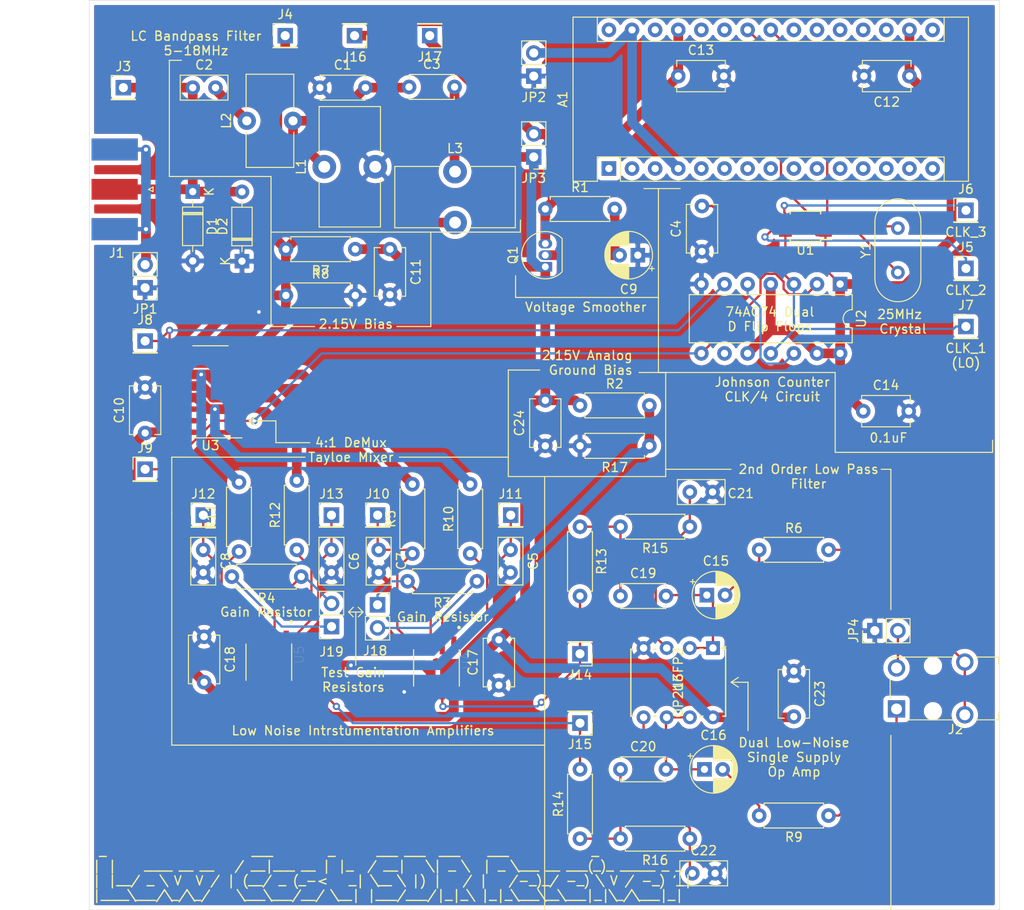
<source format=kicad_pcb>
(kicad_pcb (version 20171130) (host pcbnew "(5.1.5)-3")
  (layers (0 F.Cu signal) (31 B.Cu signal) (34 B.Paste user) (35 F.Paste user) (36 B.SilkS user) (37 F.SilkS user) (38 B.Mask user) (39 F.Mask user) (44 Edge.Cuts user))
  (net 0 "")
  (net 1 "Net-(A1-Pad1)")
  (net 2 +3V3)
  (net 3 "Net-(A1-Pad2)")
  (net 4 "Net-(A1-Pad18)")
  (net 5 "Net-(A1-Pad3)")
  (net 6 "Net-(A1-Pad19)")
  (net 7 "Net-(A1-Pad29)")
  (net 8 "Net-(A1-Pad20)")
  (net 9 "Net-(A1-Pad5)")
  (net 10 "Net-(A1-Pad21)")
  (net 11 "Net-(A1-Pad6)")
  (net 12 "Net-(A1-Pad22)")
  (net 13 "Net-(A1-Pad7)")
  (net 14 /SDA)
  (net 15 "Net-(A1-Pad8)")
  (net 16 /SCL)
  (net 17 "Net-(A1-Pad9)")
  (net 18 "Net-(A1-Pad25)")
  (net 19 "Net-(A1-Pad10)")
  (net 20 "Net-(A1-Pad26)")
  (net 21 "Net-(A1-Pad11)")
  (net 22 +5V)
  (net 23 "Net-(A1-Pad12)")
  (net 24 "Net-(A1-Pad28)")
  (net 25 "Net-(A1-Pad13)")
  (net 26 "Net-(A1-Pad14)")
  (net 27 "Net-(A1-Pad30)")
  (net 28 "Net-(A1-Pad15)")
  (net 29 "Net-(A1-Pad16)")
  (net 30 "Net-(C1-Pad2)")
  (net 31 GND)
  (net 32 "Net-(C2-Pad1)")
  (net 33 "Net-(C2-Pad2)")
  (net 34 "Net-(C3-Pad2)")
  (net 35 "Net-(C5-Pad1)")
  (net 36 "Net-(C6-Pad1)")
  (net 37 "Net-(C7-Pad1)")
  (net 38 "Net-(C8-Pad1)")
  (net 39 GNDA)
  (net 40 "Net-(C15-Pad1)")
  (net 41 "Net-(C15-Pad2)")
  (net 42 "Net-(C16-Pad1)")
  (net 43 "Net-(C16-Pad2)")
  (net 44 "Net-(J1-Pad2)")
  (net 45 "Net-(J2-PadT)")
  (net 46 "Net-(R5-Pad2)")
  (net 47 "Net-(J2-PadR)")
  (net 48 "Net-(R10-Pad2)")
  (net 49 "Net-(R11-Pad2)")
  (net 50 "Net-(R12-Pad2)")
  (net 51 "Net-(U1-Pad2)")
  (net 52 "Net-(U1-Pad3)")
  (net 53 /Q_LO)
  (net 54 "Net-(U2-Pad9)")
  (net 55 "Net-(U2-Pad12)")
  (net 56 /I_LO)
  (net 57 "Net-(J6-Pad1)")
  (net 58 "Net-(J5-Pad1)")
  (net 59 "Net-(J7-Pad1)")
  (net 60 "Net-(C19-Pad1)")
  (net 61 "Net-(C20-Pad1)")
  (net 62 "Net-(C21-Pad1)")
  (net 63 "Net-(C22-Pad1)")
  (net 64 /FIL_OUT)
  (net 65 "Net-(J14-Pad1)")
  (net 66 "Net-(J15-Pad1)")
  (net 67 +4.3V)
  (net 68 "Net-(J2-PadS)")
  (net 69 "Net-(C9-Pad2)")
  (net 70 "Net-(J18-Pad2)")
  (net 71 "Net-(J18-Pad1)")
  (net 72 "Net-(J19-Pad1)")
  (net 73 "Net-(J19-Pad2)")
  (module Diode_THT:D_DO-35_SOD27_P7.62mm_Horizontal (layer F.Cu) (at 91.77 73.682 90)
    (fp_text reference D2 (at 3.81 -2.12 90) (layer F.SilkS))
    (fp_text value 1N914)
    (fp_text user K (at 0 -1.8 90) (layer F.SilkS))
    (pad 1 thru_hole rect (at 0 0 90) (size 1.6 1.6) (drill 0.8) (layers *.Cu *.Mask) (net 31 GND))
    (pad 2 thru_hole oval (at 7.62 0 90) (size 1.6 1.6) (drill 0.8) (layers *.Cu *.Mask) (net 32 "Net-(C2-Pad1)"))
  )
  (module Package_DIP:DIP-14_W7.62mm (layer F.Cu) (at 157.48 76.2 270)
    (fp_text reference U2 (at 3.81 -2.33 90) (layer F.SilkS))
    (fp_text value 74AC74)
    (pad 1 thru_hole rect (at 0 0 270) (size 1.6 1.6) (drill 0.8) (layers *.Cu *.Mask) (net 2 +3V3))
    (pad 8 thru_hole oval (at 7.62 15.24 270) (size 1.6 1.6) (drill 0.8) (layers *.Cu *.Mask) (net 53 /Q_LO))
    (pad 2 thru_hole oval (at 0 2.54 270) (size 1.6 1.6) (drill 0.8) (layers *.Cu *.Mask) (net 53 /Q_LO))
    (pad 9 thru_hole oval (at 7.62 12.7 270) (size 1.6 1.6) (drill 0.8) (layers *.Cu *.Mask) (net 54 "Net-(U2-Pad9)"))
    (pad 3 thru_hole oval (at 0 5.08 270) (size 1.6 1.6) (drill 0.8) (layers *.Cu *.Mask) (net 59 "Net-(J7-Pad1)"))
    (pad 10 thru_hole oval (at 7.62 10.16 270) (size 1.6 1.6) (drill 0.8) (layers *.Cu *.Mask) (net 2 +3V3))
    (pad 4 thru_hole oval (at 0 7.62 270) (size 1.6 1.6) (drill 0.8) (layers *.Cu *.Mask) (net 2 +3V3))
    (pad 11 thru_hole oval (at 7.62 7.62 270) (size 1.6 1.6) (drill 0.8) (layers *.Cu *.Mask) (net 59 "Net-(J7-Pad1)"))
    (pad 5 thru_hole oval (at 0 10.16 270) (size 1.6 1.6) (drill 0.8) (layers *.Cu *.Mask) (net 55 "Net-(U2-Pad12)"))
    (pad 12 thru_hole oval (at 7.62 5.08 270) (size 1.6 1.6) (drill 0.8) (layers *.Cu *.Mask) (net 55 "Net-(U2-Pad12)"))
    (pad 6 thru_hole oval (at 0 12.7 270) (size 1.6 1.6) (drill 0.8) (layers *.Cu *.Mask) (net 56 /I_LO))
    (pad 13 thru_hole oval (at 7.62 2.54 270) (size 1.6 1.6) (drill 0.8) (layers *.Cu *.Mask) (net 2 +3V3))
    (pad 7 thru_hole oval (at 0 15.24 270) (size 1.6 1.6) (drill 0.8) (layers *.Cu *.Mask) (net 31 GND))
    (pad 14 thru_hole oval (at 7.62 0 270) (size 1.6 1.6) (drill 0.8) (layers *.Cu *.Mask) (net 2 +3V3))
  )
  (module Package_SO:SOIC-16_3.9x9.9mm_P1.27mm (layer F.Cu) (at 88.312 88.046 180)
    (fp_text reference U3 (at 0 -5.9) (layer F.SilkS))
    (fp_text value SN74CBT3253)
    (pad 1 smd roundrect (at -2.475 -4.445 180) (size 1.95 0.6) (layers F.Cu F.Paste F.Mask) (net 31 GND))
    (pad 2 smd roundrect (at -2.475 -3.175 180) (size 1.95 0.6) (layers F.Cu F.Paste F.Mask) (net 53 /Q_LO))
    (pad 3 smd roundrect (at -2.475 -1.905 180) (size 1.95 0.6) (layers F.Cu F.Paste F.Mask) (net 48 "Net-(R10-Pad2)"))
    (pad 4 smd roundrect (at -2.475 -0.635 180) (size 1.95 0.6) (layers F.Cu F.Paste F.Mask) (net 50 "Net-(R12-Pad2)"))
    (pad 5 smd roundrect (at -2.475 0.635 180) (size 1.95 0.6) (layers F.Cu F.Paste F.Mask) (net 49 "Net-(R11-Pad2)"))
    (pad 6 smd roundrect (at -2.475 1.905 180) (size 1.95 0.6) (layers F.Cu F.Paste F.Mask) (net 46 "Net-(R5-Pad2)"))
    (pad 7 smd roundrect (at -2.475 3.175 180) (size 1.95 0.6) (layers F.Cu F.Paste F.Mask) (net 64 /FIL_OUT))
    (pad 8 smd roundrect (at -2.475 4.445 180) (size 1.95 0.6) (layers F.Cu F.Paste F.Mask) (net 31 GND))
    (pad 9 smd roundrect (at 2.475 4.445 180) (size 1.95 0.6) (layers F.Cu F.Paste F.Mask) (net 64 /FIL_OUT))
    (pad 10 smd roundrect (at 2.475 3.175 180) (size 1.95 0.6) (layers F.Cu F.Paste F.Mask) (net 46 "Net-(R5-Pad2)"))
    (pad 11 smd roundrect (at 2.475 1.905 180) (size 1.95 0.6) (layers F.Cu F.Paste F.Mask) (net 49 "Net-(R11-Pad2)"))
    (pad 12 smd roundrect (at 2.475 0.635 180) (size 1.95 0.6) (layers F.Cu F.Paste F.Mask) (net 50 "Net-(R12-Pad2)"))
    (pad 13 smd roundrect (at 2.475 -0.635 180) (size 1.95 0.6) (layers F.Cu F.Paste F.Mask) (net 48 "Net-(R10-Pad2)"))
    (pad 14 smd roundrect (at 2.475 -1.905 180) (size 1.95 0.6) (layers F.Cu F.Paste F.Mask) (net 56 /I_LO))
    (pad 15 smd roundrect (at 2.475 -3.175 180) (size 1.95 0.6) (layers F.Cu F.Paste F.Mask) (net 31 GND))
    (pad 16 smd roundrect (at 2.475 -4.445 180) (size 1.95 0.6) (layers F.Cu F.Paste F.Mask) (net 67 +4.3V))
  )
  (module Module:Arduino_Nano (layer F.Cu) (at 132.08 63.5 90)
    (fp_text reference A1 (at 7.62 -5.08 90) (layer F.SilkS))
    (fp_text value Arduino_Nano_v3.x)
    (pad 1 thru_hole rect (at 0 0 90) (size 1.6 1.6) (drill 0.8) (layers *.Cu *.Mask) (net 1 "Net-(A1-Pad1)"))
    (pad 17 thru_hole oval (at 15.24 33.02 90) (size 1.6 1.6) (drill 0.8) (layers *.Cu *.Mask) (net 2 +3V3))
    (pad 2 thru_hole oval (at 0 2.54 90) (size 1.6 1.6) (drill 0.8) (layers *.Cu *.Mask) (net 3 "Net-(A1-Pad2)"))
    (pad 18 thru_hole oval (at 15.24 30.48 90) (size 1.6 1.6) (drill 0.8) (layers *.Cu *.Mask) (net 4 "Net-(A1-Pad18)"))
    (pad 3 thru_hole oval (at 0 5.08 90) (size 1.6 1.6) (drill 0.8) (layers *.Cu *.Mask) (net 5 "Net-(A1-Pad3)"))
    (pad 19 thru_hole oval (at 15.24 27.94 90) (size 1.6 1.6) (drill 0.8) (layers *.Cu *.Mask) (net 6 "Net-(A1-Pad19)"))
    (pad 4 thru_hole oval (at 0 7.62 90) (size 1.6 1.6) (drill 0.8) (layers *.Cu *.Mask) (net 7 "Net-(A1-Pad29)"))
    (pad 20 thru_hole oval (at 15.24 25.4 90) (size 1.6 1.6) (drill 0.8) (layers *.Cu *.Mask) (net 8 "Net-(A1-Pad20)"))
    (pad 5 thru_hole oval (at 0 10.16 90) (size 1.6 1.6) (drill 0.8) (layers *.Cu *.Mask) (net 9 "Net-(A1-Pad5)"))
    (pad 21 thru_hole oval (at 15.24 22.86 90) (size 1.6 1.6) (drill 0.8) (layers *.Cu *.Mask) (net 10 "Net-(A1-Pad21)"))
    (pad 6 thru_hole oval (at 0 12.7 90) (size 1.6 1.6) (drill 0.8) (layers *.Cu *.Mask) (net 11 "Net-(A1-Pad6)"))
    (pad 22 thru_hole oval (at 15.24 20.32 90) (size 1.6 1.6) (drill 0.8) (layers *.Cu *.Mask) (net 12 "Net-(A1-Pad22)"))
    (pad 7 thru_hole oval (at 0 15.24 90) (size 1.6 1.6) (drill 0.8) (layers *.Cu *.Mask) (net 13 "Net-(A1-Pad7)"))
    (pad 23 thru_hole oval (at 15.24 17.78 90) (size 1.6 1.6) (drill 0.8) (layers *.Cu *.Mask) (net 14 /SDA))
    (pad 8 thru_hole oval (at 0 17.78 90) (size 1.6 1.6) (drill 0.8) (layers *.Cu *.Mask) (net 15 "Net-(A1-Pad8)"))
    (pad 24 thru_hole oval (at 15.24 15.24 90) (size 1.6 1.6) (drill 0.8) (layers *.Cu *.Mask) (net 16 /SCL))
    (pad 9 thru_hole oval (at 0 20.32 90) (size 1.6 1.6) (drill 0.8) (layers *.Cu *.Mask) (net 17 "Net-(A1-Pad9)"))
    (pad 25 thru_hole oval (at 15.24 12.7 90) (size 1.6 1.6) (drill 0.8) (layers *.Cu *.Mask) (net 18 "Net-(A1-Pad25)"))
    (pad 10 thru_hole oval (at 0 22.86 90) (size 1.6 1.6) (drill 0.8) (layers *.Cu *.Mask) (net 19 "Net-(A1-Pad10)"))
    (pad 26 thru_hole oval (at 15.24 10.16 90) (size 1.6 1.6) (drill 0.8) (layers *.Cu *.Mask) (net 20 "Net-(A1-Pad26)"))
    (pad 11 thru_hole oval (at 0 25.4 90) (size 1.6 1.6) (drill 0.8) (layers *.Cu *.Mask) (net 21 "Net-(A1-Pad11)"))
    (pad 27 thru_hole oval (at 15.24 7.62 90) (size 1.6 1.6) (drill 0.8) (layers *.Cu *.Mask) (net 22 +5V))
    (pad 12 thru_hole oval (at 0 27.94 90) (size 1.6 1.6) (drill 0.8) (layers *.Cu *.Mask) (net 23 "Net-(A1-Pad12)"))
    (pad 28 thru_hole oval (at 15.24 5.08 90) (size 1.6 1.6) (drill 0.8) (layers *.Cu *.Mask) (net 24 "Net-(A1-Pad28)"))
    (pad 13 thru_hole oval (at 0 30.48 90) (size 1.6 1.6) (drill 0.8) (layers *.Cu *.Mask) (net 25 "Net-(A1-Pad13)"))
    (pad 29 thru_hole oval (at 15.24 2.54 90) (size 1.6 1.6) (drill 0.8) (layers *.Cu *.Mask) (net 7 "Net-(A1-Pad29)"))
    (pad 14 thru_hole oval (at 0 33.02 90) (size 1.6 1.6) (drill 0.8) (layers *.Cu *.Mask) (net 26 "Net-(A1-Pad14)"))
    (pad 30 thru_hole oval (at 15.24 0 90) (size 1.6 1.6) (drill 0.8) (layers *.Cu *.Mask) (net 27 "Net-(A1-Pad30)"))
    (pad 15 thru_hole oval (at 0 35.56 90) (size 1.6 1.6) (drill 0.8) (layers *.Cu *.Mask) (net 28 "Net-(A1-Pad15)"))
    (pad 16 thru_hole oval (at 15.24 35.56 90) (size 1.6 1.6) (drill 0.8) (layers *.Cu *.Mask) (net 29 "Net-(A1-Pad16)"))
  )
  (module Diode_THT:D_DO-35_SOD27_P7.62mm_Horizontal (layer F.Cu) (at 86.36 66.04 270)
    (fp_text reference D1 (at 3.81 -2.12 90) (layer F.SilkS))
    (fp_text value 1N914)
    (fp_text user K (at 0 -1.8 90) (layer F.SilkS))
    (pad 2 thru_hole oval (at 7.62 0 270) (size 1.6 1.6) (drill 0.8) (layers *.Cu *.Mask) (net 31 GND))
    (pad 1 thru_hole rect (at 0 0 270) (size 1.6 1.6) (drill 0.8) (layers *.Cu *.Mask) (net 32 "Net-(C2-Pad1)"))
  )
  (module Connector_Coaxial:SMA_Molex_73251-1153_EdgeMount_Horizontal (layer F.Cu) (at 79.502 65.786)
    (fp_text reference J1 (at -1.5 7) (layer F.SilkS))
    (fp_text value Conn_Coaxial)
    (pad 1 smd rect (at -1.72 0) (size 5.08 2.29) (layers F.Cu F.Paste F.Mask) (net 32 "Net-(C2-Pad1)"))
    (pad 2 smd rect (at -1.72 -4.38) (size 5.08 2.42) (layers F.Cu F.Paste F.Mask) (net 44 "Net-(J1-Pad2)"))
    (pad 2 smd rect (at -1.72 4.38) (size 5.08 2.42) (layers F.Cu F.Paste F.Mask) (net 44 "Net-(J1-Pad2)"))
    (pad 2 smd rect (at -1.72 -4.38) (size 5.08 2.42) (layers B.Cu B.Paste B.Mask) (net 44 "Net-(J1-Pad2)"))
    (pad 2 smd rect (at -1.72 4.38) (size 5.08 2.42) (layers B.Cu B.Paste B.Mask) (net 44 "Net-(J1-Pad2)"))
    (pad 2 thru_hole circle (at 1.72 -4.38) (size 0.97 0.97) (drill 0.46) (layers *.Cu) (net 44 "Net-(J1-Pad2)"))
    (pad 2 thru_hole circle (at 1.72 4.38) (size 0.97 0.97) (drill 0.46) (layers *.Cu) (net 44 "Net-(J1-Pad2)"))
    (pad 2 smd rect (at 1.27 -4.38) (size 0.95 0.46) (layers F.Cu) (net 44 "Net-(J1-Pad2)"))
    (pad 2 smd rect (at 1.27 4.38) (size 0.95 0.46) (layers F.Cu) (net 44 "Net-(J1-Pad2)"))
    (pad 2 smd rect (at 1.27 -4.38) (size 0.95 0.46) (layers B.Cu) (net 44 "Net-(J1-Pad2)"))
    (pad 2 smd rect (at 1.27 4.38) (size 0.95 0.46) (layers B.Cu) (net 44 "Net-(J1-Pad2)"))
  )
  (module Connector_PinHeader_2.54mm:PinHeader_1x02_P2.54mm_Vertical (layer F.Cu) (at 81.13 76.608 180)
    (fp_text reference JP1 (at 0 -2.33) (layer F.SilkS))
    (fp_text value Jumper_NC_Small)
    (pad 1 thru_hole rect (at 0 0 180) (size 1.7 1.7) (drill 1) (layers *.Cu *.Mask) (net 31 GND))
    (pad 2 thru_hole oval (at 0 2.54 180) (size 1.7 1.7) (drill 1) (layers *.Cu *.Mask) (net 44 "Net-(J1-Pad2)"))
  )
  (module Connector_PinHeader_2.54mm:PinHeader_1x02_P2.54mm_Vertical (layer F.Cu) (at 123.825 53.34 180)
    (fp_text reference JP2 (at 0 -2.33) (layer F.SilkS))
    (fp_text value Jumper_NC_Small)
    (pad 2 thru_hole oval (at 0 2.54 180) (size 1.7 1.7) (drill 1) (layers *.Cu *.Mask) (net 7 "Net-(A1-Pad29)"))
    (pad 1 thru_hole rect (at 0 0 180) (size 1.7 1.7) (drill 1) (layers *.Cu *.Mask) (net 31 GND))
  )
  (module Resistor_THT:R_Axial_DIN0207_L6.3mm_D2.5mm_P7.62mm_Horizontal (layer F.Cu) (at 125.095 67.945)
    (fp_text reference R1 (at 3.81 -2.37) (layer F.SilkS))
    (fp_text value 1k)
    (pad 1 thru_hole circle (at 0 0) (size 1.6 1.6) (drill 0.8) (layers *.Cu *.Mask) (net 22 +5V))
    (pad 2 thru_hole oval (at 7.62 0) (size 1.6 1.6) (drill 0.8) (layers *.Cu *.Mask) (net 69 "Net-(C9-Pad2)"))
  )
  (module Resistor_THT:R_Axial_DIN0207_L6.3mm_D2.5mm_P7.62mm_Horizontal (layer F.Cu) (at 117.582 108.868 180)
    (fp_text reference R3 (at 3.81 -2.37) (layer F.SilkS))
    (fp_text value 33)
    (pad 1 thru_hole circle (at 0 0 180) (size 1.6 1.6) (drill 0.8) (layers *.Cu *.Mask) (net 70 "Net-(J18-Pad2)"))
    (pad 2 thru_hole oval (at 7.62 0 180) (size 1.6 1.6) (drill 0.8) (layers *.Cu *.Mask) (net 71 "Net-(J18-Pad1)"))
  )
  (module Resistor_THT:R_Axial_DIN0207_L6.3mm_D2.5mm_P7.62mm_Horizontal (layer F.Cu) (at 98.278 108.36 180)
    (fp_text reference R4 (at 3.81 -2.37) (layer F.SilkS))
    (fp_text value 33)
    (pad 2 thru_hole oval (at 7.62 0 180) (size 1.6 1.6) (drill 0.8) (layers *.Cu *.Mask) (net 72 "Net-(J19-Pad1)"))
    (pad 1 thru_hole circle (at 0 0 180) (size 1.6 1.6) (drill 0.8) (layers *.Cu *.Mask) (net 73 "Net-(J19-Pad2)"))
  )
  (module Resistor_THT:R_Axial_DIN0207_L6.3mm_D2.5mm_P7.62mm_Horizontal (layer F.Cu) (at 110.49 105.82 90)
    (fp_text reference R5 (at 3.81 -2.37 90) (layer F.SilkS))
    (fp_text value 50)
    (pad 1 thru_hole circle (at 0 0 90) (size 1.6 1.6) (drill 0.8) (layers *.Cu *.Mask) (net 37 "Net-(C7-Pad1)"))
    (pad 2 thru_hole oval (at 7.62 0 90) (size 1.6 1.6) (drill 0.8) (layers *.Cu *.Mask) (net 46 "Net-(R5-Pad2)"))
  )
  (module Resistor_THT:R_Axial_DIN0207_L6.3mm_D2.5mm_P7.62mm_Horizontal (layer F.Cu) (at 148.59 105.41)
    (fp_text reference R6 (at 3.81 -2.37) (layer F.SilkS))
    (fp_text value 100)
    (pad 2 thru_hole oval (at 7.62 0) (size 1.6 1.6) (drill 0.8) (layers *.Cu *.Mask) (net 45 "Net-(J2-PadT)"))
    (pad 1 thru_hole circle (at 0 0) (size 1.6 1.6) (drill 0.8) (layers *.Cu *.Mask) (net 41 "Net-(C15-Pad2)"))
  )
  (module Resistor_THT:R_Axial_DIN0207_L6.3mm_D2.5mm_P7.62mm_Horizontal (layer F.Cu) (at 104.216 72.364 180)
    (fp_text reference R7 (at 3.81 -2.37) (layer F.SilkS))
    (fp_text value 10k)
    (pad 2 thru_hole oval (at 7.62 0 180) (size 1.6 1.6) (drill 0.8) (layers *.Cu *.Mask) (net 64 /FIL_OUT))
    (pad 1 thru_hole circle (at 0 0 180) (size 1.6 1.6) (drill 0.8) (layers *.Cu *.Mask) (net 67 +4.3V))
  )
  (module Resistor_THT:R_Axial_DIN0207_L6.3mm_D2.5mm_P7.62mm_Horizontal (layer F.Cu) (at 96.596 77.444)
    (fp_text reference R8 (at 3.81 -2.37) (layer F.SilkS))
    (fp_text value 10k)
    (pad 1 thru_hole circle (at 0 0) (size 1.6 1.6) (drill 0.8) (layers *.Cu *.Mask) (net 64 /FIL_OUT))
    (pad 2 thru_hole oval (at 7.62 0) (size 1.6 1.6) (drill 0.8) (layers *.Cu *.Mask) (net 31 GND))
  )
  (module Resistor_THT:R_Axial_DIN0207_L6.3mm_D2.5mm_P7.62mm_Horizontal (layer F.Cu) (at 156.21 134.62 180)
    (fp_text reference R9 (at 3.81 -2.37) (layer F.SilkS))
    (fp_text value 100)
    (pad 1 thru_hole circle (at 0 0 180) (size 1.6 1.6) (drill 0.8) (layers *.Cu *.Mask) (net 47 "Net-(J2-PadR)"))
    (pad 2 thru_hole oval (at 7.62 0 180) (size 1.6 1.6) (drill 0.8) (layers *.Cu *.Mask) (net 43 "Net-(C16-Pad2)"))
  )
  (module Resistor_THT:R_Axial_DIN0207_L6.3mm_D2.5mm_P7.62mm_Horizontal (layer F.Cu) (at 116.84 105.82 90)
    (fp_text reference R10 (at 3.81 -2.37 90) (layer F.SilkS))
    (fp_text value 50)
    (pad 2 thru_hole oval (at 7.62 0 90) (size 1.6 1.6) (drill 0.8) (layers *.Cu *.Mask) (net 48 "Net-(R10-Pad2)"))
    (pad 1 thru_hole circle (at 0 0 90) (size 1.6 1.6) (drill 0.8) (layers *.Cu *.Mask) (net 35 "Net-(C5-Pad1)"))
  )
  (module Resistor_THT:R_Axial_DIN0207_L6.3mm_D2.5mm_P7.62mm_Horizontal (layer F.Cu) (at 91.44 105.602 90)
    (fp_text reference R11 (at 3.81 -3.076 90) (layer F.SilkS))
    (fp_text value 50)
    (pad 1 thru_hole circle (at 0 0 90) (size 1.6 1.6) (drill 0.8) (layers *.Cu *.Mask) (net 38 "Net-(C8-Pad1)"))
    (pad 2 thru_hole oval (at 7.62 0 90) (size 1.6 1.6) (drill 0.8) (layers *.Cu *.Mask) (net 49 "Net-(R11-Pad2)"))
  )
  (module Resistor_THT:R_Axial_DIN0207_L6.3mm_D2.5mm_P7.62mm_Horizontal (layer F.Cu) (at 97.79 105.41 90)
    (fp_text reference R12 (at 3.81 -2.37 90) (layer F.SilkS))
    (fp_text value 50)
    (pad 2 thru_hole oval (at 7.62 0 90) (size 1.6 1.6) (drill 0.8) (layers *.Cu *.Mask) (net 50 "Net-(R12-Pad2)"))
    (pad 1 thru_hole circle (at 0 0 90) (size 1.6 1.6) (drill 0.8) (layers *.Cu *.Mask) (net 36 "Net-(C6-Pad1)"))
  )
  (module Package_SO:MSOP-10_3x3mm_P0.5mm (layer F.Cu) (at 153.67 69.85 180)
    (fp_text reference U1 (at 0 -2.6) (layer F.SilkS))
    (fp_text value Si5351A-B-GT)
    (pad 1 smd rect (at -2.2 -1 180) (size 1.4 0.3) (layers F.Cu F.Paste F.Mask) (net 2 +3V3))
    (pad 2 smd rect (at -2.2 -0.5 180) (size 1.4 0.3) (layers F.Cu F.Paste F.Mask) (net 51 "Net-(U1-Pad2)"))
    (pad 3 smd rect (at -2.2 0 180) (size 1.4 0.3) (layers F.Cu F.Paste F.Mask) (net 52 "Net-(U1-Pad3)"))
    (pad 4 smd rect (at -2.2 0.5 180) (size 1.4 0.3) (layers F.Cu F.Paste F.Mask) (net 16 /SCL))
    (pad 5 smd rect (at -2.2 1 180) (size 1.4 0.3) (layers F.Cu F.Paste F.Mask) (net 14 /SDA))
    (pad 6 smd rect (at 2.2 1 180) (size 1.4 0.3) (layers F.Cu F.Paste F.Mask) (net 57 "Net-(J6-Pad1)"))
    (pad 7 smd rect (at 2.2 0.5 180) (size 1.4 0.3) (layers F.Cu F.Paste F.Mask) (net 2 +3V3))
    (pad 8 smd rect (at 2.2 0 180) (size 1.4 0.3) (layers F.Cu F.Paste F.Mask) (net 31 GND))
    (pad 9 smd rect (at 2.2 -0.5 180) (size 1.4 0.3) (layers F.Cu F.Paste F.Mask) (net 58 "Net-(J5-Pad1)"))
    (pad 10 smd rect (at 2.2 -1 180) (size 1.4 0.3) (layers F.Cu F.Paste F.Mask) (net 59 "Net-(J7-Pad1)"))
  )
  (module import_footprint:SOIC127P600X175-8N (layer F.Cu) (at 113.137 118.393 270)
    (fp_text reference U4 (at -0.795 -3.322 90) (layer F.SilkS) (effects (font (thickness 0.015))))
    (fp_text value INA821ID)
    (pad 1 smd rect (at -2.475 -1.905 270) (size 1.97 0.57) (layers F.Cu F.Paste F.Mask) (net 35 "Net-(C5-Pad1)"))
    (pad 2 smd rect (at -2.475 -0.635 270) (size 1.97 0.57) (layers F.Cu F.Paste F.Mask) (net 70 "Net-(J18-Pad2)"))
    (pad 3 smd rect (at -2.475 0.635 270) (size 1.97 0.57) (layers F.Cu F.Paste F.Mask) (net 71 "Net-(J18-Pad1)"))
    (pad 4 smd rect (at -2.475 1.905 270) (size 1.97 0.57) (layers F.Cu F.Paste F.Mask) (net 37 "Net-(C7-Pad1)"))
    (pad 5 smd rect (at 2.475 1.905 270) (size 1.97 0.57) (layers F.Cu F.Paste F.Mask) (net 31 GND))
    (pad 6 smd rect (at 2.475 0.635 270) (size 1.97 0.57) (layers F.Cu F.Paste F.Mask) (net 39 GNDA))
    (pad 7 smd rect (at 2.475 -0.635 270) (size 1.97 0.57) (layers F.Cu F.Paste F.Mask) (net 65 "Net-(J14-Pad1)"))
    (pad 8 smd rect (at 2.475 -1.905 270) (size 1.97 0.57) (layers F.Cu F.Paste F.Mask) (net 67 +4.3V))
  )
  (module import_footprint:SOIC127P600X175-8N (layer F.Cu) (at 94.722 117.758 270)
    (fp_text reference U5 (at -0.795 -3.322 90) (layer F.SilkS) (effects (font (thickness 0.015))))
    (fp_text value INA821ID)
    (pad 8 smd rect (at 2.475 -1.905 270) (size 1.97 0.57) (layers F.Cu F.Paste F.Mask) (net 67 +4.3V))
    (pad 7 smd rect (at 2.475 -0.635 270) (size 1.97 0.57) (layers F.Cu F.Paste F.Mask) (net 66 "Net-(J15-Pad1)"))
    (pad 6 smd rect (at 2.475 0.635 270) (size 1.97 0.57) (layers F.Cu F.Paste F.Mask) (net 39 GNDA))
    (pad 5 smd rect (at 2.475 1.905 270) (size 1.97 0.57) (layers F.Cu F.Paste F.Mask) (net 31 GND))
    (pad 4 smd rect (at -2.475 1.905 270) (size 1.97 0.57) (layers F.Cu F.Paste F.Mask) (net 38 "Net-(C8-Pad1)"))
    (pad 3 smd rect (at -2.475 0.635 270) (size 1.97 0.57) (layers F.Cu F.Paste F.Mask) (net 72 "Net-(J19-Pad1)"))
    (pad 2 smd rect (at -2.475 -0.635 270) (size 1.97 0.57) (layers F.Cu F.Paste F.Mask) (net 73 "Net-(J19-Pad2)"))
    (pad 1 smd rect (at -2.475 -1.905 270) (size 1.97 0.57) (layers F.Cu F.Paste F.Mask) (net 36 "Net-(C6-Pad1)"))
  )
  (module Crystal:Crystal_HC49-U_Vertical (layer F.Cu) (at 163.83 74.93 90)
    (fp_text reference Y1 (at 2.44 -3.525 90) (layer F.SilkS))
    (fp_text value Crystal)
    (pad 1 thru_hole circle (at 0 0 90) (size 1.5 1.5) (drill 0.8) (layers *.Cu *.Mask) (net 51 "Net-(U1-Pad2)"))
    (pad 2 thru_hole circle (at 4.88 0 90) (size 1.5 1.5) (drill 0.8) (layers *.Cu *.Mask) (net 52 "Net-(U1-Pad3)"))
  )
  (module Connector_Audio:Jack_3.5mm_Switronic_ST-005-G_horizontal (layer F.Cu) (at 170.18 120.65 180)
    (fp_text reference J2 (at 0 -4.5) (layer F.SilkS))
    (fp_text value AudioJack3)
    (pad T thru_hole circle (at -1 -2.9 180) (size 1.9 1.9) (drill 1.2) (layers *.Cu *.Mask) (net 45 "Net-(J2-PadT)"))
    (pad T thru_hole circle (at -1 2.9 180) (size 1.9 1.9) (drill 1.2) (layers *.Cu *.Mask) (net 45 "Net-(J2-PadT)"))
    (pad R thru_hole rect (at 6.5 -2.25 180) (size 1.9 1.9) (drill 1.2) (layers *.Cu *.Mask) (net 47 "Net-(J2-PadR)"))
    (pad S thru_hole circle (at 6.5 2.25 180) (size 1.9 1.9) (drill 1.2) (layers *.Cu *.Mask) (net 68 "Net-(J2-PadS)"))
    (pad "" np_thru_hole circle (at 2.5 2.5 180) (size 1 1) (drill 1) (layers *.Cu *.Mask))
    (pad "" np_thru_hole circle (at 2.5 -2.5 180) (size 1 1) (drill 1) (layers *.Cu *.Mask))
  )
  (module Connector_PinHeader_2.54mm:PinHeader_1x01_P2.54mm_Vertical (layer F.Cu) (at 78.74 54.61)
    (fp_text reference J3 (at 0 -2.33) (layer F.SilkS))
    (fp_text value FIL_I)
    (pad 1 thru_hole rect (at 0 0) (size 1.7 1.7) (drill 1) (layers *.Cu *.Mask) (net 32 "Net-(C2-Pad1)"))
  )
  (module Connector_PinHeader_2.54mm:PinHeader_1x01_P2.54mm_Vertical (layer F.Cu) (at 96.52 48.895)
    (fp_text reference J4 (at 0 -2.33) (layer F.SilkS))
    (fp_text value FIL_O)
    (pad 1 thru_hole rect (at 0 0) (size 1.7 1.7) (drill 1) (layers *.Cu *.Mask) (net 64 /FIL_OUT))
  )
  (module Connector_PinHeader_2.54mm:PinHeader_1x01_P2.54mm_Vertical (layer F.Cu) (at 171.304 74.48)
    (fp_text reference J5 (at 0 -2.33) (layer F.SilkS))
    (fp_text value CLK_2)
    (pad 1 thru_hole rect (at 0 0) (size 1.7 1.7) (drill 1) (layers *.Cu *.Mask) (net 58 "Net-(J5-Pad1)"))
  )
  (module Connector_PinHeader_2.54mm:PinHeader_1x01_P2.54mm_Vertical (layer F.Cu) (at 171.304 68.096)
    (fp_text reference J6 (at 0 -2.33) (layer F.SilkS))
    (fp_text value CLK_3)
    (pad 1 thru_hole rect (at 0 0) (size 1.7 1.7) (drill 1) (layers *.Cu *.Mask) (net 57 "Net-(J6-Pad1)"))
  )
  (module Connector_PinHeader_2.54mm:PinHeader_1x01_P2.54mm_Vertical (layer F.Cu) (at 171.304 80.864)
    (fp_text reference J7 (at 0 -2.33) (layer F.SilkS))
    (fp_text value CLK_1)
    (pad 1 thru_hole rect (at 0 0) (size 1.7 1.7) (drill 1) (layers *.Cu *.Mask) (net 59 "Net-(J7-Pad1)"))
  )
  (module Connector_PinHeader_2.54mm:PinHeader_1x01_P2.54mm_Vertical (layer F.Cu) (at 81.13 82.46)
    (fp_text reference J8 (at 0 -2.33) (layer F.SilkS))
    (fp_text value I_LO)
    (pad 1 thru_hole rect (at 0 0) (size 1.7 1.7) (drill 1) (layers *.Cu *.Mask) (net 56 /I_LO))
  )
  (module Connector_PinHeader_2.54mm:PinHeader_1x01_P2.54mm_Vertical (layer F.Cu) (at 81.13 96.558)
    (fp_text reference J9 (at 0 -2.33) (layer F.SilkS))
    (fp_text value Q_LO)
    (pad 1 thru_hole rect (at 0 0) (size 1.7 1.7) (drill 1) (layers *.Cu *.Mask) (net 53 /Q_LO))
  )
  (module Connector_PinHeader_2.54mm:PinHeader_1x01_P2.54mm_Vertical (layer F.Cu) (at 106.68 101.6)
    (fp_text reference J10 (at 0 -2.33) (layer F.SilkS))
    (fp_text value I_0)
    (pad 1 thru_hole rect (at 0 0) (size 1.7 1.7) (drill 1) (layers *.Cu *.Mask) (net 37 "Net-(C7-Pad1)"))
  )
  (module Connector_PinHeader_2.54mm:PinHeader_1x01_P2.54mm_Vertical (layer F.Cu) (at 121.296 101.6)
    (fp_text reference J11 (at 0 -2.33) (layer F.SilkS))
    (fp_text value I_180)
    (pad 1 thru_hole rect (at 0 0) (size 1.7 1.7) (drill 1) (layers *.Cu *.Mask) (net 35 "Net-(C5-Pad1)"))
  )
  (module Connector_PinHeader_2.54mm:PinHeader_1x01_P2.54mm_Vertical (layer F.Cu) (at 87.514 101.6)
    (fp_text reference J12 (at 0 -2.33) (layer F.SilkS))
    (fp_text value Q_90)
    (pad 1 thru_hole rect (at 0 0) (size 1.7 1.7) (drill 1) (layers *.Cu *.Mask) (net 38 "Net-(C8-Pad1)"))
  )
  (module Connector_PinHeader_2.54mm:PinHeader_1x01_P2.54mm_Vertical (layer F.Cu) (at 101.6 101.6)
    (fp_text reference J13 (at 0 -2.33) (layer F.SilkS))
    (fp_text value Q_270)
    (pad 1 thru_hole rect (at 0 0) (size 1.7 1.7) (drill 1) (layers *.Cu *.Mask) (net 36 "Net-(C6-Pad1)"))
  )
  (module Connector_PinHeader_2.54mm:PinHeader_1x01_P2.54mm_Vertical (layer F.Cu) (at 128.905 116.84 180)
    (fp_text reference J14 (at 0 -2.33) (layer F.SilkS))
    (fp_text value I_OUT)
    (pad 1 thru_hole rect (at 0 0 180) (size 1.7 1.7) (drill 1) (layers *.Cu *.Mask) (net 65 "Net-(J14-Pad1)"))
  )
  (module Connector_PinHeader_2.54mm:PinHeader_1x01_P2.54mm_Vertical (layer F.Cu) (at 128.905 124.46 180)
    (fp_text reference J15 (at 0 -2.33) (layer F.SilkS))
    (fp_text value Q_OUT)
    (pad 1 thru_hole rect (at 0 0 180) (size 1.7 1.7) (drill 1) (layers *.Cu *.Mask) (net 66 "Net-(J15-Pad1)"))
  )
  (module Capacitor_THT:C_Disc_D4.7mm_W2.5mm_P5.00mm (layer F.Cu) (at 100.33 54.61)
    (fp_text reference C1 (at 2.5 -2.5) (layer F.SilkS))
    (fp_text value 220pF)
    (pad 1 thru_hole circle (at 0 0) (size 1.6 1.6) (drill 0.8) (layers *.Cu *.Mask) (net 31 GND))
    (pad 2 thru_hole circle (at 5 0) (size 1.6 1.6) (drill 0.8) (layers *.Cu *.Mask) (net 30 "Net-(C1-Pad2)"))
  )
  (module Capacitor_THT:C_Disc_D5.1mm_W3.2mm_P5.00mm (layer F.Cu) (at 142.31 72.618 90)
    (fp_text reference C4 (at 2.5 -2.85 90) (layer F.SilkS))
    (fp_text value 0.1u)
    (pad 2 thru_hole circle (at 5 0 90) (size 1.6 1.6) (drill 0.8) (layers *.Cu *.Mask) (net 2 +3V3))
    (pad 1 thru_hole circle (at 0 0 90) (size 1.6 1.6) (drill 0.8) (layers *.Cu *.Mask) (net 31 GND))
  )
  (module Capacitor_THT:C_Disc_D5.0mm_W2.5mm_P2.50mm (layer F.Cu) (at 121.265 105.41 270)
    (fp_text reference C5 (at 1.25 -2.5 90) (layer F.SilkS))
    (fp_text value 100p)
    (pad 1 thru_hole circle (at 0 0 270) (size 1.6 1.6) (drill 0.8) (layers *.Cu *.Mask) (net 35 "Net-(C5-Pad1)"))
    (pad 2 thru_hole circle (at 2.5 0 270) (size 1.6 1.6) (drill 0.8) (layers *.Cu *.Mask) (net 31 GND))
  )
  (module Capacitor_THT:C_Disc_D5.0mm_W2.5mm_P2.50mm (layer F.Cu) (at 101.6 105.41 270)
    (fp_text reference C6 (at 1.25 -2.5 90) (layer F.SilkS))
    (fp_text value 100p)
    (pad 2 thru_hole circle (at 2.5 0 270) (size 1.6 1.6) (drill 0.8) (layers *.Cu *.Mask) (net 31 GND))
    (pad 1 thru_hole circle (at 0 0 270) (size 1.6 1.6) (drill 0.8) (layers *.Cu *.Mask) (net 36 "Net-(C6-Pad1)"))
  )
  (module Capacitor_THT:C_Disc_D5.0mm_W2.5mm_P2.50mm (layer F.Cu) (at 106.787 105.41 270)
    (fp_text reference C7 (at 1.25 -2.5 90) (layer F.SilkS))
    (fp_text value 100p)
    (pad 2 thru_hole circle (at 2.5 0 270) (size 1.6 1.6) (drill 0.8) (layers *.Cu *.Mask) (net 31 GND))
    (pad 1 thru_hole circle (at 0 0 270) (size 1.6 1.6) (drill 0.8) (layers *.Cu *.Mask) (net 37 "Net-(C7-Pad1)"))
  )
  (module Capacitor_THT:C_Disc_D5.0mm_W2.5mm_P2.50mm (layer F.Cu) (at 87.514 105.41 270)
    (fp_text reference C8 (at 1.25 -2.5 90) (layer F.SilkS))
    (fp_text value 100p)
    (pad 1 thru_hole circle (at 0 0 270) (size 1.6 1.6) (drill 0.8) (layers *.Cu *.Mask) (net 38 "Net-(C8-Pad1)"))
    (pad 2 thru_hole circle (at 2.5 0 270) (size 1.6 1.6) (drill 0.8) (layers *.Cu *.Mask) (net 31 GND))
  )
  (module Capacitor_THT:CP_Radial_D5.0mm_P2.00mm (layer F.Cu) (at 135.255 73.025 180)
    (fp_text reference C9 (at 1 -3.75) (layer F.SilkS))
    (fp_text value 10uF)
    (pad 1 thru_hole rect (at 0 0 180) (size 1.6 1.6) (drill 0.8) (layers *.Cu *.Mask) (net 31 GND))
    (pad 2 thru_hole circle (at 2 0 180) (size 1.6 1.6) (drill 0.8) (layers *.Cu *.Mask) (net 69 "Net-(C9-Pad2)"))
  )
  (module Capacitor_THT:C_Disc_D5.1mm_W3.2mm_P5.00mm (layer F.Cu) (at 81.13 92.568 90)
    (fp_text reference C10 (at 2.5 -2.85 90) (layer F.SilkS))
    (fp_text value 0.1u)
    (pad 1 thru_hole circle (at 0 0 90) (size 1.6 1.6) (drill 0.8) (layers *.Cu *.Mask) (net 67 +4.3V))
    (pad 2 thru_hole circle (at 5 0 90) (size 1.6 1.6) (drill 0.8) (layers *.Cu *.Mask) (net 31 GND))
  )
  (module Capacitor_THT:C_Disc_D5.1mm_W3.2mm_P5.00mm (layer F.Cu) (at 108.026 72.364 270)
    (fp_text reference C11 (at 2.5 -2.85 90) (layer F.SilkS))
    (fp_text value 0.1u)
    (pad 1 thru_hole circle (at 0 0 270) (size 1.6 1.6) (drill 0.8) (layers *.Cu *.Mask) (net 67 +4.3V))
    (pad 2 thru_hole circle (at 5 0 270) (size 1.6 1.6) (drill 0.8) (layers *.Cu *.Mask) (net 31 GND))
  )
  (module Capacitor_THT:C_Disc_D5.1mm_W3.2mm_P5.00mm (layer F.Cu) (at 165.1 53.34 180)
    (fp_text reference C12 (at 2.5 -2.85) (layer F.SilkS))
    (fp_text value 0.1u)
    (pad 1 thru_hole circle (at 0 0 180) (size 1.6 1.6) (drill 0.8) (layers *.Cu *.Mask) (net 2 +3V3))
    (pad 2 thru_hole circle (at 5 0 180) (size 1.6 1.6) (drill 0.8) (layers *.Cu *.Mask) (net 31 GND))
  )
  (module Capacitor_THT:C_Disc_D5.1mm_W3.2mm_P5.00mm (layer F.Cu) (at 139.7 53.34)
    (fp_text reference C13 (at 2.5 -2.85) (layer F.SilkS))
    (fp_text value 0.1u)
    (pad 2 thru_hole circle (at 5 0) (size 1.6 1.6) (drill 0.8) (layers *.Cu *.Mask) (net 31 GND))
    (pad 1 thru_hole circle (at 0 0) (size 1.6 1.6) (drill 0.8) (layers *.Cu *.Mask) (net 22 +5V))
  )
  (module Capacitor_THT:C_Disc_D5.1mm_W3.2mm_P5.00mm (layer F.Cu) (at 160.02 90.17)
    (fp_text reference C14 (at 2.5 -2.85) (layer F.SilkS))
    (fp_text value 0.1u)
    (pad 2 thru_hole circle (at 5 0) (size 1.6 1.6) (drill 0.8) (layers *.Cu *.Mask) (net 31 GND))
    (pad 1 thru_hole circle (at 0 0) (size 1.6 1.6) (drill 0.8) (layers *.Cu *.Mask) (net 2 +3V3))
  )
  (module Capacitor_THT:C_Disc_D5.1mm_W3.2mm_P5.00mm (layer F.Cu) (at 119.995 120.298 90)
    (fp_text reference C17 (at 2.5 -2.85 90) (layer F.SilkS))
    (fp_text value 0.1u)
    (pad 1 thru_hole circle (at 0 0 90) (size 1.6 1.6) (drill 0.8) (layers *.Cu *.Mask) (net 31 GND))
    (pad 2 thru_hole circle (at 5 0 90) (size 1.6 1.6) (drill 0.8) (layers *.Cu *.Mask) (net 67 +4.3V))
  )
  (module Capacitor_THT:C_Disc_D5.1mm_W3.2mm_P5.00mm (layer F.Cu) (at 87.61 114.964 270)
    (fp_text reference C18 (at 2.5 -2.85 90) (layer F.SilkS))
    (fp_text value 0.1u)
    (pad 2 thru_hole circle (at 5 0 270) (size 1.6 1.6) (drill 0.8) (layers *.Cu *.Mask) (net 67 +4.3V))
    (pad 1 thru_hole circle (at 0 0 270) (size 1.6 1.6) (drill 0.8) (layers *.Cu *.Mask) (net 31 GND))
  )
  (module Capacitor_THT:C_Disc_D4.7mm_W2.5mm_P5.00mm (layer F.Cu) (at 133.35 110.49)
    (fp_text reference C19 (at 2.5 -2.5) (layer F.SilkS))
    (fp_text value 220p)
    (pad 1 thru_hole circle (at 0 0) (size 1.6 1.6) (drill 0.8) (layers *.Cu *.Mask) (net 60 "Net-(C19-Pad1)"))
    (pad 2 thru_hole circle (at 5 0) (size 1.6 1.6) (drill 0.8) (layers *.Cu *.Mask) (net 40 "Net-(C15-Pad1)"))
  )
  (module Capacitor_THT:C_Disc_D4.7mm_W2.5mm_P5.00mm (layer F.Cu) (at 133.35 129.54)
    (fp_text reference C20 (at 2.5 -2.5) (layer F.SilkS))
    (fp_text value 220p)
    (pad 2 thru_hole circle (at 5 0) (size 1.6 1.6) (drill 0.8) (layers *.Cu *.Mask) (net 42 "Net-(C16-Pad1)"))
    (pad 1 thru_hole circle (at 0 0) (size 1.6 1.6) (drill 0.8) (layers *.Cu *.Mask) (net 61 "Net-(C20-Pad1)"))
  )
  (module Capacitor_THT:C_Disc_D5.0mm_W2.5mm_P2.50mm (layer F.Cu) (at 140.97 99.06)
    (fp_text reference C21 (at 5.596 0.158) (layer F.SilkS))
    (fp_text value 100p)
    (pad 2 thru_hole circle (at 2.5 0) (size 1.6 1.6) (drill 0.8) (layers *.Cu *.Mask) (net 31 GND))
    (pad 1 thru_hole circle (at 0 0) (size 1.6 1.6) (drill 0.8) (layers *.Cu *.Mask) (net 62 "Net-(C21-Pad1)"))
  )
  (module Capacitor_THT:C_Disc_D5.0mm_W2.5mm_P2.50mm (layer F.Cu) (at 141.246 140.97)
    (fp_text reference C22 (at 1.25 -2.5) (layer F.SilkS))
    (fp_text value 100p)
    (pad 1 thru_hole circle (at 0 0) (size 1.6 1.6) (drill 0.8) (layers *.Cu *.Mask) (net 63 "Net-(C22-Pad1)"))
    (pad 2 thru_hole circle (at 2.5 0) (size 1.6 1.6) (drill 0.8) (layers *.Cu *.Mask) (net 31 GND))
  )
  (module Capacitor_THT:C_Disc_D5.1mm_W3.2mm_P5.00mm (layer F.Cu) (at 152.4 118.745 270)
    (fp_text reference C23 (at 2.5 -2.85 90) (layer F.SilkS))
    (fp_text value 0.1u)
    (pad 1 thru_hole circle (at 0 0 270) (size 1.6 1.6) (drill 0.8) (layers *.Cu *.Mask) (net 31 GND))
    (pad 2 thru_hole circle (at 5 0 270) (size 1.6 1.6) (drill 0.8) (layers *.Cu *.Mask) (net 67 +4.3V))
  )
  (module Resistor_THT:R_Axial_DIN0207_L6.3mm_D2.5mm_P7.62mm_Horizontal (layer F.Cu) (at 128.905 102.87 270)
    (fp_text reference R13 (at 3.81 -2.37 90) (layer F.SilkS))
    (fp_text value 8.2k)
    (pad 2 thru_hole oval (at 7.62 0 270) (size 1.6 1.6) (drill 0.8) (layers *.Cu *.Mask) (net 65 "Net-(J14-Pad1)"))
    (pad 1 thru_hole circle (at 0 0 270) (size 1.6 1.6) (drill 0.8) (layers *.Cu *.Mask) (net 60 "Net-(C19-Pad1)"))
  )
  (module Resistor_THT:R_Axial_DIN0207_L6.3mm_D2.5mm_P7.62mm_Horizontal (layer F.Cu) (at 128.905 137.16 90)
    (fp_text reference R14 (at 3.81 -2.37 90) (layer F.SilkS))
    (fp_text value 8.2k)
    (pad 2 thru_hole oval (at 7.62 0 90) (size 1.6 1.6) (drill 0.8) (layers *.Cu *.Mask) (net 66 "Net-(J15-Pad1)"))
    (pad 1 thru_hole circle (at 0 0 90) (size 1.6 1.6) (drill 0.8) (layers *.Cu *.Mask) (net 61 "Net-(C20-Pad1)"))
  )
  (module Resistor_THT:R_Axial_DIN0207_L6.3mm_D2.5mm_P7.62mm_Horizontal (layer F.Cu) (at 140.97 102.87 180)
    (fp_text reference R15 (at 3.81 -2.37) (layer F.SilkS))
    (fp_text value 15k)
    (pad 1 thru_hole circle (at 0 0 180) (size 1.6 1.6) (drill 0.8) (layers *.Cu *.Mask) (net 62 "Net-(C21-Pad1)"))
    (pad 2 thru_hole oval (at 7.62 0 180) (size 1.6 1.6) (drill 0.8) (layers *.Cu *.Mask) (net 60 "Net-(C19-Pad1)"))
  )
  (module Resistor_THT:R_Axial_DIN0207_L6.3mm_D2.5mm_P7.62mm_Horizontal (layer F.Cu) (at 140.97 137.16 180)
    (fp_text reference R16 (at 3.81 -2.37) (layer F.SilkS))
    (fp_text value 15k)
    (pad 1 thru_hole circle (at 0 0 180) (size 1.6 1.6) (drill 0.8) (layers *.Cu *.Mask) (net 63 "Net-(C22-Pad1)"))
    (pad 2 thru_hole oval (at 7.62 0 180) (size 1.6 1.6) (drill 0.8) (layers *.Cu *.Mask) (net 61 "Net-(C20-Pad1)"))
  )
  (module Imported_Footprints:OP213FPZ (layer F.Cu) (at 143.51 116.205 270)
    (fp_text reference U6 (at 3.81 3.81 90) (layer F.SilkS))
    (fp_text value OP213FPZ (at 3.81 3.81 90) (layer F.SilkS))
    (fp_text user * (at 0 -1.524 90) (layer F.SilkS))
    (fp_text user * (at 0 -1.524 90) (layer F.SilkS))
    (pad 1 thru_hole rect (at 0 0 270) (size 1.524 1.524) (drill 0.8128) (layers *.Cu *.Mask) (net 40 "Net-(C15-Pad1)"))
    (pad 2 thru_hole circle (at 0 2.54 270) (size 1.524 1.524) (drill 0.8128) (layers *.Cu *.Mask) (net 40 "Net-(C15-Pad1)"))
    (pad 3 thru_hole circle (at 0 5.08 270) (size 1.524 1.524) (drill 0.8128) (layers *.Cu *.Mask) (net 62 "Net-(C21-Pad1)"))
    (pad 4 thru_hole circle (at 0 7.62 270) (size 1.524 1.524) (drill 0.8128) (layers *.Cu *.Mask) (net 31 GND))
    (pad 5 thru_hole circle (at 7.62 7.62 270) (size 1.524 1.524) (drill 0.8128) (layers *.Cu *.Mask) (net 63 "Net-(C22-Pad1)"))
    (pad 6 thru_hole circle (at 7.62 5.08 270) (size 1.524 1.524) (drill 0.8128) (layers *.Cu *.Mask) (net 42 "Net-(C16-Pad1)"))
    (pad 7 thru_hole circle (at 7.62 2.54 270) (size 1.524 1.524) (drill 0.8128) (layers *.Cu *.Mask) (net 42 "Net-(C16-Pad1)"))
    (pad 8 thru_hole circle (at 7.62 0 270) (size 1.524 1.524) (drill 0.8128) (layers *.Cu *.Mask) (net 67 +4.3V))
  )
  (module Capacitor_THT:C_Disc_D5.1mm_W3.2mm_P5.00mm (layer F.Cu) (at 125.095 93.98 90)
    (fp_text reference C24 (at 2.5 -2.85 90) (layer F.SilkS))
    (fp_text value 0.1u)
    (pad 1 thru_hole circle (at 0 0 90) (size 1.6 1.6) (drill 0.8) (layers *.Cu *.Mask) (net 31 GND))
    (pad 2 thru_hole circle (at 5 0 90) (size 1.6 1.6) (drill 0.8) (layers *.Cu *.Mask) (net 67 +4.3V))
  )
  (module Connector_PinHeader_2.54mm:PinHeader_1x01_P2.54mm_Vertical (layer F.Cu) (at 104.14 48.895 180)
    (fp_text reference J16 (at 0 -2.33) (layer F.SilkS))
    (fp_text value 5V)
    (pad 1 thru_hole rect (at 0 0 180) (size 1.7 1.7) (drill 1) (layers *.Cu *.Mask) (net 22 +5V))
  )
  (module Connector_PinHeader_2.54mm:PinHeader_1x01_P2.54mm_Vertical (layer F.Cu) (at 112.395 48.895 180)
    (fp_text reference J17 (at 0 -2.33) (layer F.SilkS))
    (fp_text value 4.3V)
    (pad 1 thru_hole rect (at 0 0 180) (size 1.7 1.7) (drill 1) (layers *.Cu *.Mask) (net 67 +4.3V))
  )
  (module Connector_PinHeader_2.54mm:PinHeader_1x02_P2.54mm_Vertical (layer F.Cu) (at 123.825 62.23 180)
    (fp_text reference JP3 (at 0 -2.33) (layer F.SilkS))
    (fp_text value Jumper_NC_Small)
    (pad 2 thru_hole oval (at 0 2.54 180) (size 1.7 1.7) (drill 1) (layers *.Cu *.Mask) (net 22 +5V))
    (pad 1 thru_hole rect (at 0 0 180) (size 1.7 1.7) (drill 1) (layers *.Cu *.Mask) (net 67 +4.3V))
  )
  (module Connector_PinHeader_2.54mm:PinHeader_1x02_P2.54mm_Vertical (layer F.Cu) (at 161.29 114.3 90)
    (fp_text reference JP4 (at 0 -2.33 90) (layer F.SilkS))
    (fp_text value Jumper_NC_Small)
    (pad 1 thru_hole rect (at 0 0 90) (size 1.7 1.7) (drill 1) (layers *.Cu *.Mask) (net 31 GND))
    (pad 2 thru_hole oval (at 0 2.54 90) (size 1.7 1.7) (drill 1) (layers *.Cu *.Mask) (net 68 "Net-(J2-PadS)"))
  )
  (module Package_TO_SOT_THT:TO-92_Inline (layer F.Cu) (at 125.095 74.295 90)
    (fp_text reference Q1 (at 1.27 -3.56 90) (layer F.SilkS))
    (fp_text value PN2222A)
    (pad 2 thru_hole oval (at 1.27 0 90) (size 1.05 1.5) (drill 0.75) (layers *.Cu *.Mask) (net 69 "Net-(C9-Pad2)"))
    (pad 3 thru_hole oval (at 2.54 0 90) (size 1.05 1.5) (drill 0.75) (layers *.Cu *.Mask) (net 22 +5V))
    (pad 1 thru_hole rect (at 0 0 90) (size 1.05 1.5) (drill 0.75) (layers *.Cu *.Mask) (net 67 +4.3V))
  )
  (module Resistor_THT:R_Axial_DIN0207_L6.3mm_D2.5mm_P7.62mm_Horizontal (layer F.Cu) (at 128.905 89.535)
    (fp_text reference R2 (at 3.81 -2.37) (layer F.SilkS))
    (fp_text value 10k)
    (pad 2 thru_hole oval (at 7.62 0) (size 1.6 1.6) (drill 0.8) (layers *.Cu *.Mask) (net 39 GNDA))
    (pad 1 thru_hole circle (at 0 0) (size 1.6 1.6) (drill 0.8) (layers *.Cu *.Mask) (net 67 +4.3V))
  )
  (module Resistor_THT:R_Axial_DIN0207_L6.3mm_D2.5mm_P7.62mm_Horizontal (layer F.Cu) (at 136.525 93.98 180)
    (fp_text reference R17 (at 3.81 -2.37) (layer F.SilkS))
    (fp_text value 10k)
    (pad 1 thru_hole circle (at 0 0 180) (size 1.6 1.6) (drill 0.8) (layers *.Cu *.Mask) (net 39 GNDA))
    (pad 2 thru_hole oval (at 7.62 0 180) (size 1.6 1.6) (drill 0.8) (layers *.Cu *.Mask) (net 31 GND))
  )
  (module Capacitor_THT:CP_Radial_D5.0mm_P2.00mm (layer F.Cu) (at 142.842 110.39)
    (fp_text reference C15 (at 1 -3.75) (layer F.SilkS))
    (fp_text value 10uF)
    (pad 1 thru_hole rect (at 0 0) (size 1.6 1.6) (drill 0.8) (layers *.Cu *.Mask) (net 40 "Net-(C15-Pad1)"))
    (pad 2 thru_hole circle (at 2 0) (size 1.6 1.6) (drill 0.8) (layers *.Cu *.Mask) (net 41 "Net-(C15-Pad2)"))
  )
  (module Capacitor_THT:CP_Radial_D5.0mm_P2.00mm (layer F.Cu) (at 142.576 129.542)
    (fp_text reference C16 (at 1 -3.75) (layer F.SilkS))
    (fp_text value 10uF)
    (pad 2 thru_hole circle (at 2 0) (size 1.6 1.6) (drill 0.8) (layers *.Cu *.Mask) (net 43 "Net-(C16-Pad2)"))
    (pad 1 thru_hole rect (at 0 0) (size 1.6 1.6) (drill 0.8) (layers *.Cu *.Mask) (net 42 "Net-(C16-Pad1)"))
  )
  (module Capacitor_THT:C_Disc_D5.0mm_W2.5mm_P2.50mm (layer F.Cu) (at 86.36 54.61)
    (fp_text reference C2 (at 1.25 -2.5) (layer F.SilkS))
    (fp_text value 1nF)
    (pad 1 thru_hole circle (at 0 0) (size 1.6 1.6) (drill 0.8) (layers *.Cu *.Mask) (net 32 "Net-(C2-Pad1)"))
    (pad 2 thru_hole circle (at 2.5 0) (size 1.6 1.6) (drill 0.8) (layers *.Cu *.Mask) (net 33 "Net-(C2-Pad2)"))
  )
  (module Capacitor_THT:C_Disc_D4.7mm_W2.5mm_P5.00mm (layer F.Cu) (at 110.124 54.53)
    (fp_text reference C3 (at 2.5 -2.5) (layer F.SilkS))
    (fp_text value 220pF)
    (pad 1 thru_hole circle (at 0 0) (size 1.6 1.6) (drill 0.8) (layers *.Cu *.Mask) (net 30 "Net-(C1-Pad2)"))
    (pad 2 thru_hole circle (at 5 0) (size 1.6 1.6) (drill 0.8) (layers *.Cu *.Mask) (net 34 "Net-(C3-Pad2)"))
  )
  (module Inductor_THT:L_Toroid_Vertical_L13.0mm_W6.5mm_P5.60mm (layer F.Cu) (at 100.814 63.308 90)
    (fp_text reference L1 (at 0 -2.55 90) (layer F.SilkS))
    (fp_text value 1.3uH)
    (pad 1 thru_hole circle (at 0 0 90) (size 2.6 2.6) (drill 1.3) (layers *.Cu *.Mask) (net 30 "Net-(C1-Pad2)"))
    (pad 2 thru_hole circle (at 0 5.6 90) (size 2.6 2.6) (drill 1.3) (layers *.Cu *.Mask) (net 31 GND))
  )
  (module Inductor_THT:L_Toroid_Vertical_L10.0mm_W5.0mm_P5.08mm (layer F.Cu) (at 92.302 58.254 90)
    (fp_text reference L2 (at 0 -2.25 90) (layer F.SilkS))
    (fp_text value 200nH)
    (pad 1 thru_hole circle (at 0 0 90) (size 2 2) (drill 1) (layers *.Cu *.Mask) (net 33 "Net-(C2-Pad2)"))
    (pad 2 thru_hole circle (at 0 5.08 90) (size 2 2) (drill 1) (layers *.Cu *.Mask) (net 30 "Net-(C1-Pad2)"))
  )
  (module Inductor_THT:L_Toroid_Vertical_L13.0mm_W6.5mm_P5.60mm (layer F.Cu) (at 115.178 63.84)
    (fp_text reference L3 (at 0 -2.55) (layer F.SilkS))
    (fp_text value 1.3uH)
    (pad 2 thru_hole circle (at 0 5.6) (size 2.6 2.6) (drill 1.3) (layers *.Cu *.Mask) (net 64 /FIL_OUT))
    (pad 1 thru_hole circle (at 0 0) (size 2.6 2.6) (drill 1.3) (layers *.Cu *.Mask) (net 34 "Net-(C3-Pad2)"))
  )
  (module Connector_PinSocket_2.54mm:PinSocket_1x02_P2.54mm_Vertical (layer F.Cu) (at 106.666 111.454)
    (fp_text reference J18 (at -0.266 5.054) (layer F.SilkS))
    (fp_text value Conn_01x02_Female)
    (pad 2 thru_hole oval (at 0 2.54) (size 1.7 1.7) (drill 1) (layers *.Cu *.Mask) (net 70 "Net-(J18-Pad2)"))
    (pad 1 thru_hole rect (at 0 0) (size 1.7 1.7) (drill 1) (layers *.Cu *.Mask) (net 71 "Net-(J18-Pad1)"))
  )
  (module Connector_PinSocket_2.54mm:PinSocket_1x02_P2.54mm_Vertical (layer F.Cu) (at 101.612 113.848 180)
    (fp_text reference J19 (at 0 -2.77) (layer F.SilkS))
    (fp_text value Conn_01x02_Female)
    (pad 1 thru_hole rect (at 0 0 180) (size 1.7 1.7) (drill 1) (layers *.Cu *.Mask) (net 72 "Net-(J19-Pad1)"))
    (pad 2 thru_hole oval (at 0 2.54 180) (size 1.7 1.7) (drill 1) (layers *.Cu *.Mask) (net 73 "Net-(J19-Pad2)"))
  )
  (gr_text "  _                     ___        _      ___ ___  ___    ___            _             \n | |    ____ __ __   / __|___ __ | |_  / __|   \\| _ \\  | _ \\___ __ ___(_)_ _____ _ _ \n | |__/ _ \\ V  V / | (__/ _ (_-<   _| \\__ \\ |) |   / |   /-_)_/ -_) \\ V / -_) '_|\n |____\\___/\\_/\\_/    \\___\\___/__/ \\__| |___/___/|_|_\\ |_|_\\___\\__\\___|_|\\_/\\___|_| " (at 74.48 140.98) (layer F.SilkS) (effects (font (size 1 1)) (justify left)))
  (gr_line (start 103.474 112.252) (end 104.006 112.784) (layer F.SilkS) (width 0.12))
  (gr_line (start 103.474 112.252) (end 104.006 111.72) (layer F.SilkS) (width 0.12))
  (gr_line (start 104.272 112.252) (end 103.474 112.252) (layer F.SilkS) (width 0.12))
  (gr_line (start 105.07 112.252) (end 104.538 112.784) (layer F.SilkS) (width 0.12))
  (gr_line (start 105.07 112.252) (end 104.538 111.72) (layer F.SilkS) (width 0.12))
  (gr_line (start 104.272 112.252) (end 105.07 112.252) (layer F.SilkS) (width 0.12))
  (gr_line (start 104.272 112.252) (end 104.272 118.104) (layer F.SilkS) (width 0.12))
  (gr_text "Test Gain\nResistors" (at 104.006 119.7) (layer F.SilkS) (effects (font (size 1 1))))
  (gr_text "Gain Resistor" (at 94.43 112.252) (layer F.SilkS) (effects (font (size 1 1))))
  (gr_text "Gain Resistor" (at 113.848 112.784) (layer F.SilkS) (effects (font (size 1 1))))
  (gr_line (start 145.502 119.966) (end 146.3 120.498) (layer F.SilkS) (width 0.12))
  (gr_line (start 145.502 119.966) (end 146.3 119.434) (layer F.SilkS) (width 0.12))
  (gr_line (start 147.364 119.966) (end 145.502 119.966) (layer F.SilkS) (width 0.12))
  (gr_line (start 147.364 125.286) (end 147.364 119.966) (layer F.SilkS) (width 0.12))
  (gr_text "Dual Low-Noise\nSingle Supply\nOp Amp" (at 152.418 128.212) (layer F.SilkS) (effects (font (size 1 1))))
  (gr_line (start 163.058 125.818) (end 163.058 144.97) (layer F.SilkS) (width 0.12))
  (gr_line (start 163.058 96.558) (end 163.058 111.986) (layer F.SilkS) (width 0.12))
  (gr_line (start 161.994 96.558) (end 163.058 96.558) (layer F.SilkS) (width 0.12))
  (gr_line (start 145.502 96.558) (end 138.32 96.558) (layer F.SilkS) (width 0.12))
  (gr_text "2nd Order Low Pass\nFilter" (at 154.014 97.356) (layer F.SilkS) (effects (font (size 1 1))))
  (gr_line (start 125.02 126.882) (end 125.02 144.97) (layer F.SilkS) (width 0.12))
  (gr_line (start 92.568 91.238) (end 93.366 91.77) (layer F.SilkS) (width 0.12))
  (gr_line (start 92.568 91.238) (end 93.366 90.706) (layer F.SilkS) (width 0.12))
  (gr_line (start 95.494 91.238) (end 92.568 91.238) (layer F.SilkS) (width 0.12))
  (gr_line (start 95.494 93.632) (end 95.494 91.238) (layer F.SilkS) (width 0.12))
  (gr_line (start 99.218 93.632) (end 95.494 93.632) (layer F.SilkS) (width 0.12))
  (gr_line (start 125.02 126.882) (end 125.02 97.356) (layer F.SilkS) (width 0.12))
  (gr_line (start 84.056 126.882) (end 125.02 126.882) (layer F.SilkS) (width 0.12))
  (gr_line (start 84.056 101.346) (end 84.056 126.882) (layer F.SilkS) (width 0.12))
  (gr_line (start 84.056 95.228) (end 84.854 95.228) (layer F.SilkS) (width 0.12))
  (gr_line (start 84.056 101.346) (end 84.056 95.228) (layer F.SilkS) (width 0.12))
  (gr_line (start 109.06 95.228) (end 121.03 95.228) (layer F.SilkS) (width 0.12))
  (gr_line (start 98.686 95.228) (end 84.854 95.228) (layer F.SilkS) (width 0.12))
  (gr_text "Low Noise Intrstumentation Amplifiers" (at 105.07 125.286) (layer F.SilkS) (effects (font (size 1 1))))
  (gr_line (start 94.962 80.864) (end 99.75 80.864) (layer F.SilkS) (width 0.12))
  (gr_line (start 112.518 80.864) (end 108.794 80.864) (layer F.SilkS) (width 0.12))
  (gr_line (start 138.32 85.918) (end 135.394 85.918) (layer F.SilkS) (width 0.12))
  (gr_line (start 138.32 97.356) (end 138.32 85.918) (layer F.SilkS) (width 0.12))
  (gr_line (start 121.03 97.356) (end 138.32 97.356) (layer F.SilkS) (width 0.12))
  (gr_line (start 121.03 85.652) (end 121.03 97.356) (layer F.SilkS) (width 0.12))
  (gr_line (start 124.488 85.652) (end 121.03 85.652) (layer F.SilkS) (width 0.12))
  (gr_text "2.15V Analog \nGround Bias" (at 130.074 84.854) (layer F.SilkS) (effects (font (size 1 1))))
  (gr_text "4:1 DeMux\nTayloe Mixer" (at 103.74 94.43) (layer F.SilkS) (effects (font (size 1 1))))
  (gr_text "2.15V Bias" (at 104.272 80.598) (layer F.SilkS) (effects (font (size 1 1))))
  (gr_line (start 112.518 80.864) (end 112.518 70.49) (layer F.SilkS) (width 0.12))
  (gr_line (start 94.962 70.49) (end 94.962 80.864) (layer F.SilkS) (width 0.12))
  (gr_text "LC Bandpass Filter\n5-18MHz\n" (at 86.716 49.742) (layer F.SilkS) (effects (font (size 1 1))))
  (gr_line (start 122.36 70.49) (end 122.36 69.16) (layer F.SilkS) (width 0.12))
  (gr_line (start 94.962 70.49) (end 122.36 70.49) (layer F.SilkS) (width 0.12))
  (gr_line (start 94.962 64.372) (end 94.962 70.49) (layer F.SilkS) (width 0.12))
  (gr_line (start 83.79 64.372) (end 94.962 64.372) (layer F.SilkS) (width 0.12))
  (gr_line (start 83.79 51.604) (end 83.79 64.372) (layer F.SilkS) (width 0.12))
  (gr_line (start 85.12 51.604) (end 83.79 51.604) (layer F.SilkS) (width 0.12))
  (gr_text "74AC74 Dual\nD Flip Flops" (at 149.758 80.066) (layer F.SilkS) (effects (font (size 1 1))))
  (gr_text 0.1uF (at 162.792 93.1) (layer F.SilkS) (effects (font (size 1 1))))
  (gr_text CLK_3 (at 171.304 70.49) (layer F.SilkS) (effects (font (size 1 1))))
  (gr_text CLK_2 (at 171.304 76.874) (layer F.SilkS) (effects (font (size 1 1))))
  (gr_text "CLK_1\n(LO)" (at 171.304 84.056) (layer F.SilkS) (effects (font (size 1 1))))
  (gr_text "25MHz \nCrystal" (at 164.388 80.332) (layer F.SilkS) (effects (font (size 1 1))))
  (gr_text "Johnson Counter\nCLK/4 Circuit" (at 150.024 87.78) (layer F.SilkS) (effects (font (size 1 1))))
  (gr_line (start 137.522 65.702) (end 139.916 65.702) (layer F.SilkS) (width 0.12))
  (gr_line (start 174.23 94.696) (end 174.23 93.366) (layer F.SilkS) (width 0.12))
  (gr_line (start 156.94 94.696) (end 174.23 94.696) (layer F.SilkS) (width 0.12))
  (gr_line (start 156.94 85.918) (end 156.94 94.696) (layer F.SilkS) (width 0.12))
  (gr_line (start 137.522 85.918) (end 156.94 85.918) (layer F.SilkS) (width 0.12))
  (gr_line (start 137.522 77.672) (end 137.522 85.918) (layer F.SilkS) (width 0.12))
  (gr_text "Voltage Smoother" (at 129.542 78.736) (layer F.SilkS) (effects (font (size 1 1))))
  (gr_line (start 137.522 65.702) (end 135.926 65.702) (layer F.SilkS) (width 0.12))
  (gr_line (start 137.522 77.672) (end 137.522 65.702) (layer F.SilkS) (width 0.12))
  (gr_line (start 121.828 77.672) (end 137.522 77.672) (layer F.SilkS) (width 0.12))
  (gr_line (start 121.828 75.278) (end 121.828 77.672) (layer F.SilkS) (width 0.12))
  (gr_line (start 75 145) (end 75 45) (layer Edge.Cuts) (width 0.05))
  (gr_line (start 175 145) (end 75 145) (layer Edge.Cuts) (width 0.05))
  (gr_line (start 175 45) (end 175 145) (layer Edge.Cuts) (width 0.05))
  (gr_line (start 75 45) (end 175 45) (layer Edge.Cuts) (width 0.05))
  (segment (start 145.17337 69.35) (end 150.52 69.35) (width 0.25) (layer F.Cu) (net 2))
  (segment (start 143.44137 67.618) (end 145.17337 69.35) (width 0.25) (layer F.Cu) (net 2))
  (segment (start 142.31 67.618) (end 143.44137 67.618) (width 0.25) (layer F.Cu) (net 2))
  (segment (start 165.1 48.26) (end 165.1 53.34) (width 1.06372) (layer F.Cu) (net 2))
  (segment (start 155.87 74.59) (end 157.48 76.2) (width 0.25) (layer F.Cu) (net 2))
  (segment (start 155.87 70.85) (end 155.87 74.59) (width 0.25) (layer F.Cu) (net 2))
  (segment (start 150.52 69.35) (end 151.47 69.35) (width 0.25) (layer F.Cu) (net 2))
  (segment (start 157.48 76.2) (end 157.48 83.82) (width 1.06372) (layer F.Cu) (net 2))
  (segment (start 154.94 83.82) (end 157.48 83.82) (width 1.06372) (layer F.Cu) (net 2))
  (segment (start 149.86 81.28) (end 147.32 83.82) (width 1.06372) (layer F.Cu) (net 2))
  (segment (start 149.86 76.2) (end 149.86 81.28) (width 1.06372) (layer F.Cu) (net 2))
  (segment (start 154.140001 83.020001) (end 154.94 83.82) (width 1.06372) (layer F.Cu) (net 2))
  (segment (start 153.408139 82.288139) (end 154.140001 83.020001) (width 1.06372) (layer F.Cu) (net 2))
  (segment (start 151.77 81.28) (end 152.778139 82.288139) (width 1.06372) (layer F.Cu) (net 2))
  (segment (start 152.778139 82.288139) (end 153.408139 82.288139) (width 1.06372) (layer F.Cu) (net 2))
  (segment (start 149.86 81.28) (end 151.77 81.28) (width 1.06372) (layer F.Cu) (net 2))
  (segment (start 157.48 87.63) (end 160.02 90.17) (width 1.06372) (layer F.Cu) (net 2))
  (segment (start 157.48 83.82) (end 157.48 87.63) (width 1.06372) (layer F.Cu) (net 2))
  (segment (start 155.845001 70.825001) (end 155.87 70.85) (width 0.25) (layer F.Cu) (net 2))
  (segment (start 154.909999 70.825001) (end 155.845001 70.825001) (width 0.25) (layer F.Cu) (net 2))
  (segment (start 151.47 69.35) (end 153.434998 69.35) (width 0.25) (layer F.Cu) (net 2))
  (segment (start 153.434998 69.35) (end 154.909999 70.825001) (width 0.25) (layer F.Cu) (net 2))
  (segment (start 159.34372 76.2) (end 157.48 76.2) (width 1.06372) (layer F.Cu) (net 2))
  (segment (start 159.555581 76.411861) (end 159.34372 76.2) (width 1.06372) (layer F.Cu) (net 2))
  (segment (start 164.541294 76.411861) (end 159.555581 76.411861) (width 1.06372) (layer F.Cu) (net 2))
  (segment (start 169.722139 71.231016) (end 164.541294 76.411861) (width 1.06372) (layer F.Cu) (net 2))
  (segment (start 169.722139 57.962139) (end 169.722139 71.231016) (width 1.06372) (layer F.Cu) (net 2))
  (segment (start 165.1 53.34) (end 169.722139 57.962139) (width 1.06372) (layer F.Cu) (net 2))
  (segment (start 134.62 58.42) (end 134.62 48.26) (width 1.06372) (layer B.Cu) (net 7))
  (segment (start 139.7 63.5) (end 134.62 58.42) (width 1.06372) (layer B.Cu) (net 7))
  (segment (start 132.08 50.8) (end 134.62 48.26) (width 1.06372) (layer B.Cu) (net 7))
  (segment (start 123.825 50.8) (end 132.08 50.8) (width 1.06372) (layer B.Cu) (net 7))
  (segment (start 150.659999 49.059999) (end 149.86 48.26) (width 0.25) (layer F.Cu) (net 14))
  (segment (start 156.065001 54.465001) (end 150.659999 49.059999) (width 0.25) (layer F.Cu) (net 14))
  (segment (start 156.065001 68.254999) (end 156.065001 54.465001) (width 0.25) (layer F.Cu) (net 14))
  (segment (start 155.87 68.45) (end 156.065001 68.254999) (width 0.25) (layer F.Cu) (net 14))
  (segment (start 155.87 68.85) (end 155.87 68.45) (width 0.25) (layer F.Cu) (net 14))
  (segment (start 148.119999 49.059999) (end 147.32 48.26) (width 0.25) (layer F.Cu) (net 16))
  (segment (start 150.985001 51.925001) (end 148.119999 49.059999) (width 0.25) (layer F.Cu) (net 16))
  (segment (start 150.985001 65.400003) (end 150.985001 51.925001) (width 0.25) (layer F.Cu) (net 16))
  (segment (start 154.934998 69.35) (end 150.985001 65.400003) (width 0.25) (layer F.Cu) (net 16))
  (segment (start 155.87 69.35) (end 154.934998 69.35) (width 0.25) (layer F.Cu) (net 16))
  (segment (start 139.7 48.26) (end 139.7 53.34) (width 1.06372) (layer F.Cu) (net 22))
  (segment (start 133.35 59.69) (end 123.825 59.69) (width 1.06372) (layer F.Cu) (net 22))
  (segment (start 139.7 53.34) (end 133.35 59.69) (width 1.06372) (layer F.Cu) (net 22))
  (segment (start 125.894999 67.145001) (end 125.894999 60.557918) (width 1.06372) (layer F.Cu) (net 22))
  (segment (start 125.894999 60.557918) (end 125.027081 59.69) (width 1.06372) (layer F.Cu) (net 22))
  (segment (start 125.095 67.945) (end 125.894999 67.145001) (width 1.06372) (layer F.Cu) (net 22))
  (segment (start 125.095 67.945) (end 125.095 71.755) (width 1.06372) (layer F.Cu) (net 22))
  (segment (start 123.825 59.715) (end 123.69 59.85) (width 1.06372) (layer F.Cu) (net 22))
  (segment (start 123.825 59.69) (end 123.825 59.715) (width 1.06372) (layer F.Cu) (net 22))
  (segment (start 125.027081 59.69) (end 123.69 59.85) (width 1.06372) (layer F.Cu) (net 22))
  (segment (start 106.05372 48.895) (end 104.14 48.895) (width 1.06372) (layer F.Cu) (net 22))
  (segment (start 107.635581 47.313139) (end 106.05372 48.895) (width 1.06372) (layer F.Cu) (net 22))
  (segment (start 114.350294 47.313139) (end 107.635581 47.313139) (width 1.06372) (layer F.Cu) (net 22))
  (segment (start 120.911861 53.874706) (end 114.350294 47.313139) (width 1.06372) (layer F.Cu) (net 22))
  (segment (start 120.911861 56.776861) (end 120.911861 53.874706) (width 1.06372) (layer F.Cu) (net 22))
  (segment (start 123.825 59.69) (end 120.911861 56.776861) (width 1.06372) (layer F.Cu) (net 22))
  (segment (start 101.686 58.254) (end 105.33 54.61) (width 1.06372) (layer F.Cu) (net 30))
  (segment (start 97.382 58.254) (end 101.686 58.254) (width 1.06372) (layer F.Cu) (net 30))
  (segment (start 97.382 59.876) (end 100.814 63.308) (width 1.06372) (layer F.Cu) (net 30))
  (segment (start 97.382 58.254) (end 97.382 59.876) (width 1.06372) (layer F.Cu) (net 30))
  (segment (start 110.044 54.61) (end 110.124 54.53) (width 1.06372) (layer F.Cu) (net 30))
  (segment (start 105.33 54.61) (end 110.044 54.61) (width 1.06372) (layer F.Cu) (net 30))
  (segment (start 143.109999 71.818001) (end 145.769999 71.818001) (width 0.25) (layer F.Cu) (net 31))
  (segment (start 150.52 69.85) (end 151.47 69.85) (width 0.25) (layer F.Cu) (net 31))
  (segment (start 147.738 69.85) (end 150.52 69.85) (width 0.25) (layer F.Cu) (net 31))
  (segment (start 145.769999 71.818001) (end 147.738 69.85) (width 0.25) (layer F.Cu) (net 31))
  (segment (start 142.31 72.618) (end 143.109999 71.818001) (width 0.25) (layer F.Cu) (net 31))
  (via (at 109.592 121.03) (size 0.8) (drill 0.4) (layers F.Cu B.Cu) (net 31))
  (segment (start 111.07 121.03) (end 111.232 120.868) (width 1.06372) (layer F.Cu) (net 31))
  (segment (start 109.592 121.03) (end 111.07 121.03) (width 1.06372) (layer F.Cu) (net 31))
  (via (at 93.632 79.268) (size 0.8) (drill 0.4) (layers F.Cu B.Cu) (net 31))
  (segment (start 86.106 65.786) (end 86.36 66.04) (width 1.06372) (layer F.Cu) (net 32))
  (segment (start 77.782 65.786) (end 86.106 65.786) (width 1.06372) (layer F.Cu) (net 32))
  (segment (start 86.36 66.04) (end 90.17 66.04) (width 1.06372) (layer F.Cu) (net 32))
  (segment (start 86.36 66.04) (end 86.36 54.61) (width 1.06372) (layer F.Cu) (net 32))
  (segment (start 86.36 54.61) (end 78.74 54.61) (width 1.06372) (layer F.Cu) (net 32))
  (segment (start 91.748 66.04) (end 91.77 66.062) (width 1.06372) (layer F.Cu) (net 32))
  (segment (start 86.36 66.04) (end 91.748 66.04) (width 1.06372) (layer F.Cu) (net 32))
  (segment (start 88.86 54.812) (end 92.302 58.254) (width 1.06372) (layer F.Cu) (net 33))
  (segment (start 88.86 54.61) (end 88.86 54.812) (width 1.06372) (layer F.Cu) (net 33))
  (segment (start 115.124 63.786) (end 115.178 63.84) (width 1.06372) (layer F.Cu) (net 34))
  (segment (start 115.124 54.53) (end 115.124 63.786) (width 1.06372) (layer F.Cu) (net 34))
  (segment (start 118.707001 112.787999) (end 115.577 115.918) (width 0.25) (layer F.Cu) (net 35))
  (segment (start 115.577 115.918) (end 115.042 115.918) (width 0.25) (layer F.Cu) (net 35))
  (segment (start 116.439 105.693) (end 116.312 105.82) (width 0.25) (layer F.Cu) (net 35))
  (segment (start 118.707001 107.687001) (end 116.84 105.82) (width 0.25) (layer F.Cu) (net 35))
  (segment (start 118.707001 112.787999) (end 118.707001 107.687001) (width 0.25) (layer F.Cu) (net 35))
  (segment (start 118.987999 107.687001) (end 118.707001 107.687001) (width 0.25) (layer F.Cu) (net 35))
  (segment (start 121.265 105.41) (end 118.987999 107.687001) (width 0.25) (layer F.Cu) (net 35))
  (segment (start 121.296 105.379) (end 121.265 105.41) (width 0.25) (layer F.Cu) (net 35))
  (segment (start 121.296 101.6) (end 121.296 105.379) (width 0.25) (layer F.Cu) (net 35))
  (segment (start 99.403001 113.041999) (end 97.162 115.283) (width 0.25) (layer F.Cu) (net 36))
  (segment (start 99.403001 107.433001) (end 99.403001 113.041999) (width 0.25) (layer F.Cu) (net 36))
  (segment (start 97.162 115.283) (end 96.627 115.283) (width 0.25) (layer F.Cu) (net 36))
  (segment (start 97.79 105.82) (end 99.403001 107.433001) (width 0.25) (layer F.Cu) (net 36))
  (segment (start 99.576999 107.433001) (end 99.403001 107.433001) (width 0.25) (layer F.Cu) (net 36))
  (segment (start 101.6 105.41) (end 99.576999 107.433001) (width 0.25) (layer F.Cu) (net 36))
  (segment (start 101.6 101.6) (end 101.6 105.41) (width 0.25) (layer F.Cu) (net 36))
  (segment (start 110.697 115.918) (end 111.232 115.918) (width 0.25) (layer F.Cu) (net 37))
  (segment (start 108.836999 114.057999) (end 110.697 115.918) (width 0.25) (layer F.Cu) (net 37))
  (segment (start 106.68 105.303) (end 106.787 105.41) (width 0.25) (layer F.Cu) (net 37))
  (segment (start 106.68 101.6) (end 106.68 105.303) (width 0.25) (layer F.Cu) (net 37))
  (segment (start 110.08 105.41) (end 110.49 105.82) (width 0.25) (layer F.Cu) (net 37))
  (segment (start 106.787 105.41) (end 110.08 105.41) (width 0.25) (layer F.Cu) (net 37))
  (segment (start 108.836999 107.473001) (end 108.836999 114.057999) (width 0.25) (layer F.Cu) (net 37))
  (segment (start 110.49 105.82) (end 108.836999 107.473001) (width 0.25) (layer F.Cu) (net 37))
  (segment (start 92.817 114.048) (end 89.532999 110.763999) (width 0.25) (layer F.Cu) (net 38))
  (segment (start 92.817 115.283) (end 92.817 114.048) (width 0.25) (layer F.Cu) (net 38))
  (segment (start 89.532999 107.509001) (end 89.532999 110.763999) (width 0.25) (layer F.Cu) (net 38))
  (segment (start 91.44 105.602) (end 89.532999 107.509001) (width 0.25) (layer F.Cu) (net 38))
  (segment (start 87.514 101.6) (end 87.514 105.41) (width 0.25) (layer F.Cu) (net 38))
  (segment (start 89.532999 107.428999) (end 89.532999 107.509001) (width 0.25) (layer F.Cu) (net 38))
  (segment (start 87.514 105.41) (end 89.532999 107.428999) (width 0.25) (layer F.Cu) (net 38))
  (via (at 103.74 118.104) (size 0.8) (drill 0.4) (layers F.Cu B.Cu) (net 39))
  (segment (start 136.525 89.535) (end 136.525 93.98) (width 1.06372) (layer F.Cu) (net 39))
  (segment (start 122.796861 108.645294) (end 113.338155 118.104) (width 1.06372) (layer B.Cu) (net 39))
  (segment (start 122.796861 106.710984) (end 122.796861 108.645294) (width 1.06372) (layer B.Cu) (net 39))
  (segment (start 134.727846 94.779999) (end 122.796861 106.710984) (width 1.06372) (layer B.Cu) (net 39))
  (segment (start 104.305685 118.104) (end 103.74 118.104) (width 1.06372) (layer B.Cu) (net 39))
  (segment (start 135.725001 94.779999) (end 134.727846 94.779999) (width 1.06372) (layer B.Cu) (net 39))
  (segment (start 113.338155 118.104) (end 104.305685 118.104) (width 1.06372) (layer B.Cu) (net 39))
  (segment (start 136.525 93.98) (end 135.725001 94.779999) (width 1.06372) (layer B.Cu) (net 39))
  (segment (start 112.502 118.81928) (end 112.502 120.868) (width 1.06372) (layer F.Cu) (net 39))
  (segment (start 111.78672 118.104) (end 112.502 118.81928) (width 1.06372) (layer F.Cu) (net 39))
  (segment (start 103.74 118.104) (end 111.78672 118.104) (width 1.06372) (layer F.Cu) (net 39))
  (segment (start 94.087 118.18428) (end 94.087 120.233) (width 1.06372) (layer F.Cu) (net 39))
  (segment (start 94.205151 118.066129) (end 94.087 118.18428) (width 1.06372) (layer F.Cu) (net 39))
  (segment (start 97.526928 118.066129) (end 94.205151 118.066129) (width 1.06372) (layer F.Cu) (net 39))
  (segment (start 97.564799 118.104) (end 97.526928 118.066129) (width 1.06372) (layer F.Cu) (net 39))
  (segment (start 103.74 118.104) (end 97.564799 118.104) (width 1.06372) (layer F.Cu) (net 39))
  (segment (start 143.51 111.058) (end 142.842 110.39) (width 0.25) (layer F.Cu) (net 40))
  (segment (start 143.51 116.205) (end 143.51 111.058) (width 0.25) (layer F.Cu) (net 40))
  (segment (start 138.45 110.39) (end 138.35 110.49) (width 0.25) (layer F.Cu) (net 40))
  (segment (start 142.842 110.39) (end 138.45 110.39) (width 0.25) (layer F.Cu) (net 40))
  (segment (start 142.498 116.205) (end 140.97 116.205) (width 0.25) (layer F.Cu) (net 40))
  (segment (start 143.51 116.205) (end 142.498 116.205) (width 0.25) (layer F.Cu) (net 40))
  (segment (start 148.59 106.642) (end 144.842 110.39) (width 0.25) (layer F.Cu) (net 41))
  (segment (start 148.59 105.41) (end 148.59 106.642) (width 0.25) (layer F.Cu) (net 41))
  (segment (start 142.574 129.54) (end 142.576 129.542) (width 0.25) (layer F.Cu) (net 42))
  (segment (start 138.35 129.54) (end 142.574 129.54) (width 0.25) (layer F.Cu) (net 42))
  (segment (start 138.35 123.905) (end 138.43 123.825) (width 0.25) (layer F.Cu) (net 42))
  (segment (start 138.35 129.54) (end 138.35 123.905) (width 0.25) (layer F.Cu) (net 42))
  (segment (start 138.43 123.825) (end 140.97 123.825) (width 0.25) (layer F.Cu) (net 42))
  (segment (start 148.59 133.556) (end 148.59 134.62) (width 0.25) (layer F.Cu) (net 43))
  (segment (start 144.576 129.542) (end 148.59 133.556) (width 0.25) (layer F.Cu) (net 43))
  (segment (start 81.222 73.976) (end 81.13 74.068) (width 1.06372) (layer F.Cu) (net 44))
  (segment (start 81.222 70.166) (end 81.222 73.976) (width 1.06372) (layer F.Cu) (net 44))
  (segment (start 77.782 61.406) (end 81.222 61.406) (width 0.25) (layer F.Cu) (net 44))
  (segment (start 77.782 70.166) (end 81.222 70.166) (width 0.25) (layer F.Cu) (net 44))
  (segment (start 77.782 70.166) (end 80.772 70.166) (width 0.25) (layer B.Cu) (net 44))
  (segment (start 77.782 70.166) (end 81.222 70.166) (width 0.25) (layer B.Cu) (net 44))
  (segment (start 77.782 61.406) (end 81.222 61.406) (width 0.25) (layer B.Cu) (net 44))
  (segment (start 81.222 61.406) (end 81.222 70.166) (width 1.06372) (layer B.Cu) (net 44))
  (segment (start 158.84 105.41) (end 156.21 105.41) (width 0.25) (layer F.Cu) (net 45))
  (segment (start 171.18 117.75) (end 158.84 105.41) (width 0.25) (layer F.Cu) (net 45))
  (segment (start 171.18 119.093502) (end 171.18 123.55) (width 0.25) (layer F.Cu) (net 45))
  (segment (start 171.18 117.75) (end 171.18 119.093502) (width 0.25) (layer F.Cu) (net 45))
  (segment (start 89.834846 86.141) (end 90.787 86.141) (width 1.06372) (layer F.Cu) (net 46))
  (segment (start 88.564846 84.871) (end 89.834846 86.141) (width 1.06372) (layer F.Cu) (net 46))
  (segment (start 85.837 84.871) (end 88.564846 84.871) (width 1.06372) (layer F.Cu) (net 46))
  (segment (start 91.195 86.141) (end 91.20127 86.14727) (width 1.06372) (layer F.Cu) (net 46))
  (segment (start 90.787 86.141) (end 91.195 86.141) (width 1.06372) (layer F.Cu) (net 46))
  (segment (start 98.431 86.141) (end 90.787 86.141) (width 1.06372) (layer F.Cu) (net 46))
  (segment (start 110.49 98.2) (end 98.431 86.141) (width 1.06372) (layer F.Cu) (net 46))
  (segment (start 157.34137 134.62) (end 163.68 128.28137) (width 0.25) (layer F.Cu) (net 47))
  (segment (start 163.68 124.1) (end 163.68 122.9) (width 0.25) (layer F.Cu) (net 47))
  (segment (start 163.68 128.28137) (end 163.68 124.1) (width 0.25) (layer F.Cu) (net 47))
  (segment (start 156.21 134.62) (end 157.34137 134.62) (width 0.25) (layer F.Cu) (net 47))
  (segment (start 89.812 89.951) (end 90.787 89.951) (width 1.06372) (layer F.Cu) (net 48))
  (segment (start 88.059154 89.951) (end 88.801 89.951) (width 1.06372) (layer F.Cu) (net 48))
  (segment (start 86.789154 88.681) (end 88.059154 89.951) (width 1.06372) (layer F.Cu) (net 48))
  (segment (start 85.837 88.681) (end 86.789154 88.681) (width 1.06372) (layer F.Cu) (net 48))
  (segment (start 88.801 89.951) (end 89.812 89.951) (width 1.06372) (layer F.Cu) (net 48))
  (via (at 88.801 89.951) (size 0.8) (drill 0.4) (layers F.Cu B.Cu) (net 48))
  (segment (start 88.801 89.951) (end 88.801 92.611) (width 1.06372) (layer B.Cu) (net 48))
  (segment (start 88.801 92.611) (end 91.44 95.25) (width 1.06372) (layer B.Cu) (net 48))
  (segment (start 113.89 95.25) (end 116.84 98.2) (width 1.06372) (layer B.Cu) (net 48))
  (segment (start 91.44 95.25) (end 113.89 95.25) (width 1.06372) (layer B.Cu) (net 48))
  (segment (start 90.78073 87.41727) (end 90.787 87.411) (width 1.06372) (layer F.Cu) (net 49))
  (segment (start 89.27927 87.41727) (end 90.78073 87.41727) (width 1.06372) (layer F.Cu) (net 49))
  (segment (start 85.837 86.141) (end 87.291 86.141) (width 1.06372) (layer F.Cu) (net 49))
  (segment (start 88.003 86.141) (end 89.27927 87.41727) (width 1.06372) (layer F.Cu) (net 49))
  (segment (start 87.291 86.141) (end 88.003 86.141) (width 1.06372) (layer F.Cu) (net 49))
  (via (at 87.291 86.141) (size 0.8) (drill 0.4) (layers F.Cu B.Cu) (net 49))
  (segment (start 87.291 93.833) (end 91.44 97.982) (width 1.06372) (layer B.Cu) (net 49))
  (segment (start 87.291 86.141) (end 87.291 93.833) (width 1.06372) (layer B.Cu) (net 49))
  (segment (start 85.837 87.411) (end 87.382399 87.411) (width 1.06372) (layer F.Cu) (net 50))
  (segment (start 88.578 88.606601) (end 88.578 88.682662) (width 1.06372) (layer F.Cu) (net 50))
  (segment (start 87.382399 87.411) (end 88.578 88.606601) (width 1.06372) (layer F.Cu) (net 50))
  (segment (start 88.579662 88.681) (end 90.787 88.681) (width 1.06372) (layer F.Cu) (net 50))
  (segment (start 88.578 88.682662) (end 88.579662 88.681) (width 1.06372) (layer F.Cu) (net 50))
  (segment (start 91.762 88.681) (end 90.787 88.681) (width 1.06372) (layer F.Cu) (net 50))
  (segment (start 90.787 88.681) (end 95.031 88.681) (width 1.06372) (layer F.Cu) (net 50))
  (segment (start 95.031 88.681) (end 97.79 91.44) (width 1.06372) (layer F.Cu) (net 50))
  (segment (start 97.79 91.44) (end 97.79 94.709) (width 1.06372) (layer F.Cu) (net 50))
  (segment (start 97.79 94.709) (end 97.79 97.79) (width 1.06372) (layer F.Cu) (net 50))
  (segment (start 159.25 70.35) (end 163.83 74.93) (width 0.25) (layer F.Cu) (net 51))
  (segment (start 155.87 70.35) (end 159.25 70.35) (width 0.25) (layer F.Cu) (net 51))
  (segment (start 163.63 69.85) (end 163.83 70.05) (width 0.25) (layer F.Cu) (net 52))
  (segment (start 155.87 69.85) (end 163.63 69.85) (width 0.25) (layer F.Cu) (net 52))
  (segment (start 91.762 91.221) (end 91.779 91.238) (width 0.25) (layer F.Cu) (net 53))
  (segment (start 90.787 91.221) (end 91.762 91.221) (width 0.25) (layer F.Cu) (net 53))
  (segment (start 91.779 91.238) (end 93.1 91.238) (width 0.25) (layer F.Cu) (net 53))
  (segment (start 93.1 91.238) (end 93.1 91.238) (width 0.25) (layer F.Cu) (net 53))
  (via (at 93.1 91.238) (size 0.8) (drill 0.4) (layers F.Cu B.Cu) (net 53))
  (segment (start 100.518 83.82) (end 142.24 83.82) (width 0.25) (layer B.Cu) (net 53))
  (segment (start 93.1 91.238) (end 100.518 83.82) (width 0.25) (layer B.Cu) (net 53))
  (segment (start 153.814999 77.325001) (end 154.140001 76.999999) (width 0.25) (layer F.Cu) (net 53))
  (segment (start 151.859999 77.325001) (end 153.814999 77.325001) (width 0.25) (layer F.Cu) (net 53))
  (segment (start 151.274999 76.740001) (end 151.859999 77.325001) (width 0.25) (layer F.Cu) (net 53))
  (segment (start 151.274999 75.949997) (end 151.274999 76.740001) (width 0.25) (layer F.Cu) (net 53))
  (segment (start 154.140001 76.999999) (end 154.94 76.2) (width 0.25) (layer F.Cu) (net 53))
  (segment (start 150.400001 75.074999) (end 151.274999 75.949997) (width 0.25) (layer F.Cu) (net 53))
  (segment (start 149.319999 75.074999) (end 150.400001 75.074999) (width 0.25) (layer F.Cu) (net 53))
  (segment (start 148.734999 75.659999) (end 149.319999 75.074999) (width 0.25) (layer F.Cu) (net 53))
  (segment (start 148.734999 77.325001) (end 148.734999 75.659999) (width 0.25) (layer F.Cu) (net 53))
  (segment (start 142.24 83.82) (end 148.734999 77.325001) (width 0.25) (layer F.Cu) (net 53))
  (segment (start 88.753768 91.221) (end 89.812 91.221) (width 0.25) (layer F.Cu) (net 53))
  (segment (start 89.812 91.221) (end 90.787 91.221) (width 0.25) (layer F.Cu) (net 53))
  (segment (start 83.416768 96.558) (end 88.753768 91.221) (width 0.25) (layer F.Cu) (net 53))
  (segment (start 81.13 96.558) (end 83.416768 96.558) (width 0.25) (layer F.Cu) (net 53))
  (segment (start 151.600001 84.619999) (end 152.4 83.82) (width 0.25) (layer B.Cu) (net 55))
  (segment (start 151.274999 84.945001) (end 151.600001 84.619999) (width 0.25) (layer B.Cu) (net 55))
  (segment (start 149.319999 84.945001) (end 151.274999 84.945001) (width 0.25) (layer B.Cu) (net 55))
  (segment (start 148.734999 84.360001) (end 149.319999 84.945001) (width 0.25) (layer B.Cu) (net 55))
  (segment (start 148.734999 78.746369) (end 148.734999 84.360001) (width 0.25) (layer B.Cu) (net 55))
  (segment (start 147.32 77.33137) (end 148.734999 78.746369) (width 0.25) (layer B.Cu) (net 55))
  (segment (start 147.32 76.2) (end 147.32 77.33137) (width 0.25) (layer B.Cu) (net 55))
  (via (at 83.82 81.28) (size 0.8) (drill 0.4) (layers F.Cu B.Cu) (net 56))
  (segment (start 139.7 81.28) (end 144.78 76.2) (width 0.25) (layer B.Cu) (net 56))
  (segment (start 83.82 81.28) (end 139.7 81.28) (width 0.25) (layer B.Cu) (net 56))
  (segment (start 84.862 89.951) (end 85.837 89.951) (width 0.25) (layer F.Cu) (net 56))
  (segment (start 83.82 88.909) (end 84.862 89.951) (width 0.25) (layer F.Cu) (net 56))
  (segment (start 83.82 81.28) (end 83.82 88.909) (width 0.25) (layer F.Cu) (net 56))
  (segment (start 82.64 82.46) (end 83.82 81.28) (width 0.25) (layer F.Cu) (net 56))
  (segment (start 81.13 82.46) (end 82.64 82.46) (width 0.25) (layer F.Cu) (net 56))
  (segment (start 151.47 68.45) (end 151.354 68.334) (width 0.25) (layer F.Cu) (net 57))
  (segment (start 151.47 68.85) (end 151.47 68.45) (width 0.25) (layer F.Cu) (net 57))
  (segment (start 151.354 68.334) (end 151.354 67.564) (width 0.25) (layer F.Cu) (net 57))
  (segment (start 151.354 67.564) (end 151.354 67.564) (width 0.25) (layer F.Cu) (net 57))
  (via (at 151.354 67.564) (size 0.8) (drill 0.4) (layers F.Cu B.Cu) (net 57))
  (segment (start 170.772 67.564) (end 171.304 68.096) (width 0.25) (layer B.Cu) (net 57))
  (segment (start 151.354 67.564) (end 170.772 67.564) (width 0.25) (layer B.Cu) (net 57))
  (via (at 149.226 71.022) (size 0.8) (drill 0.4) (layers F.Cu B.Cu) (net 58))
  (segment (start 149.898 70.35) (end 149.226 71.022) (width 0.25) (layer F.Cu) (net 58))
  (segment (start 151.47 70.35) (end 149.898 70.35) (width 0.25) (layer F.Cu) (net 58))
  (segment (start 171.304 73.38) (end 171.304 74.48) (width 0.25) (layer B.Cu) (net 58))
  (segment (start 169.345999 71.421999) (end 171.304 73.38) (width 0.25) (layer B.Cu) (net 58))
  (segment (start 149.625999 71.421999) (end 169.345999 71.421999) (width 0.25) (layer B.Cu) (net 58))
  (segment (start 149.226 71.022) (end 149.625999 71.421999) (width 0.25) (layer B.Cu) (net 58))
  (segment (start 152.4 81.28) (end 149.86 83.82) (width 0.25) (layer B.Cu) (net 59))
  (segment (start 151.47 75.27) (end 152.4 76.2) (width 0.25) (layer F.Cu) (net 59))
  (segment (start 151.47 70.85) (end 151.47 75.27) (width 0.25) (layer F.Cu) (net 59))
  (segment (start 169.938 81.13) (end 152.418 81.13) (width 0.25) (layer B.Cu) (net 59))
  (segment (start 152.4 76.2) (end 152.418 81.13) (width 0.25) (layer B.Cu) (net 59))
  (segment (start 170.204 80.864) (end 169.938 81.13) (width 0.25) (layer B.Cu) (net 59))
  (segment (start 171.304 80.864) (end 170.204 80.864) (width 0.25) (layer B.Cu) (net 59))
  (segment (start 152.418 81.13) (end 152.4 81.28) (width 0.25) (layer B.Cu) (net 59))
  (segment (start 133.35 104.00137) (end 133.35 110.49) (width 0.25) (layer F.Cu) (net 60))
  (segment (start 133.35 102.87) (end 133.35 104.00137) (width 0.25) (layer F.Cu) (net 60))
  (segment (start 132.21863 102.87) (end 128.905 102.87) (width 0.25) (layer F.Cu) (net 60))
  (segment (start 133.35 102.87) (end 132.21863 102.87) (width 0.25) (layer F.Cu) (net 60))
  (segment (start 130.03637 137.16) (end 133.35 137.16) (width 0.25) (layer F.Cu) (net 61))
  (segment (start 128.905 137.16) (end 130.03637 137.16) (width 0.25) (layer F.Cu) (net 61))
  (segment (start 133.35 136.02863) (end 133.35 129.54) (width 0.25) (layer F.Cu) (net 61))
  (segment (start 133.35 137.16) (end 133.35 136.02863) (width 0.25) (layer F.Cu) (net 61))
  (segment (start 140.170001 103.669999) (end 140.97 102.87) (width 0.25) (layer F.Cu) (net 62))
  (segment (start 137.224999 106.615001) (end 140.170001 103.669999) (width 0.25) (layer F.Cu) (net 62))
  (segment (start 137.224999 114.999999) (end 137.224999 106.615001) (width 0.25) (layer F.Cu) (net 62))
  (segment (start 138.43 116.205) (end 137.224999 114.999999) (width 0.25) (layer F.Cu) (net 62))
  (segment (start 140.97 102.87) (end 140.97 99.06) (width 0.25) (layer F.Cu) (net 62))
  (segment (start 135.89 130.94863) (end 135.89 124.90263) (width 0.25) (layer F.Cu) (net 63))
  (segment (start 140.97 136.02863) (end 135.89 130.94863) (width 0.25) (layer F.Cu) (net 63))
  (segment (start 135.89 124.90263) (end 135.89 123.825) (width 0.25) (layer F.Cu) (net 63))
  (segment (start 140.97 137.16) (end 140.97 136.02863) (width 0.25) (layer F.Cu) (net 63))
  (segment (start 140.97 140.694) (end 141.246 140.97) (width 0.25) (layer F.Cu) (net 63))
  (segment (start 140.97 137.16) (end 140.97 140.694) (width 0.25) (layer F.Cu) (net 63))
  (segment (start 96.596 72.364) (end 96.596 77.444) (width 1.06372) (layer F.Cu) (net 64))
  (segment (start 96.596 78.57537) (end 96.596 77.444) (width 1.06372) (layer F.Cu) (net 64))
  (segment (start 90.787 84.871) (end 91.762 84.871) (width 1.06372) (layer F.Cu) (net 64))
  (segment (start 96.596 80.037) (end 96.596 78.57537) (width 1.06372) (layer F.Cu) (net 64))
  (segment (start 91.762 84.871) (end 96.596 80.037) (width 1.06372) (layer F.Cu) (net 64))
  (segment (start 91.994 77.444) (end 85.837 83.601) (width 1.06372) (layer F.Cu) (net 64))
  (segment (start 96.596 77.444) (end 91.994 77.444) (width 1.06372) (layer F.Cu) (net 64))
  (segment (start 99.52 69.44) (end 96.596 72.364) (width 1.06372) (layer F.Cu) (net 64))
  (segment (start 115.178 69.44) (end 99.52 69.44) (width 1.06372) (layer F.Cu) (net 64))
  (segment (start 96.52 50.80872) (end 96.52 48.895) (width 1.06372) (layer F.Cu) (net 64))
  (segment (start 95.650139 51.678581) (end 96.52 50.80872) (width 1.06372) (layer F.Cu) (net 64))
  (segment (start 95.650139 71.418139) (end 95.650139 51.678581) (width 1.06372) (layer F.Cu) (net 64))
  (segment (start 96.596 72.364) (end 95.650139 71.418139) (width 1.06372) (layer F.Cu) (net 64))
  (via (at 113.848 122.626) (size 0.8) (drill 0.4) (layers F.Cu B.Cu) (net 65))
  (segment (start 128.905 117.94) (end 128.905 116.84) (width 0.25) (layer F.Cu) (net 65))
  (segment (start 124.666999 122.178001) (end 124.666999 122.178001) (width 0.25) (layer F.Cu) (net 65))
  (segment (start 113.772 120.868) (end 113.772 122.103) (width 0.25) (layer F.Cu) (net 65))
  (segment (start 128.905 115.74) (end 128.905 110.49) (width 0.25) (layer F.Cu) (net 65))
  (segment (start 128.905 116.84) (end 128.905 115.74) (width 0.25) (layer F.Cu) (net 65))
  (segment (start 124.666999 122.178001) (end 128.905 117.94) (width 0.25) (layer F.Cu) (net 65))
  (via (at 124.666999 122.178001) (size 0.8) (drill 0.4) (layers F.Cu B.Cu) (net 65))
  (segment (start 113.772 122.55) (end 113.848 122.626) (width 0.25) (layer F.Cu) (net 65))
  (segment (start 113.772 120.868) (end 113.772 122.55) (width 0.25) (layer F.Cu) (net 65))
  (segment (start 124.219 122.626) (end 124.666999 122.178001) (width 0.25) (layer B.Cu) (net 65))
  (segment (start 113.848 122.626) (end 124.219 122.626) (width 0.25) (layer B.Cu) (net 65))
  (segment (start 128.905 124.46) (end 128.905 129.54) (width 0.25) (layer F.Cu) (net 66))
  (segment (start 97.625132 119.37613) (end 98.89413 119.37613) (width 0.25) (layer F.Cu) (net 66))
  (segment (start 97.172001 118.922999) (end 97.625132 119.37613) (width 0.25) (layer F.Cu) (net 66))
  (segment (start 95.432001 118.922999) (end 97.172001 118.922999) (width 0.25) (layer F.Cu) (net 66))
  (segment (start 95.357 120.233) (end 95.357 118.998) (width 0.25) (layer F.Cu) (net 66))
  (segment (start 95.357 118.998) (end 95.432001 118.922999) (width 0.25) (layer F.Cu) (net 66))
  (segment (start 98.89413 119.37613) (end 102.144 122.626) (width 0.25) (layer F.Cu) (net 66))
  (segment (start 102.144 122.626) (end 102.144 122.626) (width 0.25) (layer F.Cu) (net 66))
  (via (at 102.144 122.626) (size 0.8) (drill 0.4) (layers F.Cu B.Cu) (net 66))
  (segment (start 103.978 124.46) (end 128.905 124.46) (width 0.25) (layer B.Cu) (net 66))
  (segment (start 102.144 122.626) (end 103.978 124.46) (width 0.25) (layer B.Cu) (net 66))
  (segment (start 104.216 72.364) (end 108.026 72.364) (width 1.06372) (layer F.Cu) (net 67))
  (segment (start 81.207 92.491) (end 81.13 92.568) (width 1.06372) (layer F.Cu) (net 67))
  (segment (start 85.837 92.491) (end 81.207 92.491) (width 1.06372) (layer F.Cu) (net 67))
  (segment (start 152.32 123.825) (end 152.4 123.745) (width 1.06372) (layer F.Cu) (net 67))
  (segment (start 143.51 123.825) (end 152.32 123.825) (width 1.06372) (layer F.Cu) (net 67))
  (segment (start 109.957 74.295) (end 108.026 72.364) (width 1.06372) (layer F.Cu) (net 67))
  (segment (start 125.095 74.295) (end 109.957 74.295) (width 1.06372) (layer F.Cu) (net 67))
  (segment (start 125.095 75.88372) (end 125.095 88.98) (width 1.06372) (layer F.Cu) (net 67))
  (segment (start 125.095 74.295) (end 125.095 75.88372) (width 1.06372) (layer F.Cu) (net 67))
  (segment (start 128.35 88.98) (end 128.905 89.535) (width 1.06372) (layer F.Cu) (net 67))
  (segment (start 125.095 88.98) (end 128.35 88.98) (width 1.06372) (layer F.Cu) (net 67))
  (segment (start 120.794999 114.498001) (end 119.995 115.298) (width 1.06372) (layer F.Cu) (net 67))
  (segment (start 122.877861 90.065769) (end 122.877861 112.415139) (width 1.06372) (layer F.Cu) (net 67))
  (segment (start 123.96363 88.98) (end 122.877861 90.065769) (width 1.06372) (layer F.Cu) (net 67))
  (segment (start 122.877861 112.415139) (end 120.794999 114.498001) (width 1.06372) (layer F.Cu) (net 67))
  (segment (start 125.095 88.98) (end 123.96363 88.98) (width 1.06372) (layer F.Cu) (net 67))
  (segment (start 120.794999 116.097999) (end 119.995 115.298) (width 1.06372) (layer B.Cu) (net 67))
  (segment (start 137.777776 118.421861) (end 123.118861 118.421861) (width 1.06372) (layer B.Cu) (net 67))
  (segment (start 123.118861 118.421861) (end 120.794999 116.097999) (width 1.06372) (layer B.Cu) (net 67))
  (segment (start 143.180915 123.825) (end 137.777776 118.421861) (width 1.06372) (layer B.Cu) (net 67))
  (segment (start 143.51 123.825) (end 143.180915 123.825) (width 1.06372) (layer B.Cu) (net 67))
  (segment (start 124.362518 74.295) (end 125.095 74.295) (width 1.06372) (layer B.Cu) (net 67))
  (segment (start 123.563139 64.405581) (end 123.563139 73.495621) (width 1.06372) (layer B.Cu) (net 67))
  (segment (start 123.825 64.14372) (end 123.563139 64.405581) (width 1.06372) (layer B.Cu) (net 67))
  (segment (start 123.563139 73.495621) (end 124.362518 74.295) (width 1.06372) (layer B.Cu) (net 67))
  (segment (start 123.825 62.23) (end 123.825 64.14372) (width 1.06372) (layer B.Cu) (net 67))
  (segment (start 115.042 122.91672) (end 115.042 120.868) (width 1.06372) (layer F.Cu) (net 67))
  (segment (start 114.391294 123.757861) (end 115.042 123.107155) (width 1.06372) (layer F.Cu) (net 67))
  (segment (start 101.500581 123.757861) (end 114.391294 123.757861) (width 1.06372) (layer F.Cu) (net 67))
  (segment (start 97.97572 120.233) (end 101.500581 123.757861) (width 1.06372) (layer F.Cu) (net 67))
  (segment (start 115.042 123.107155) (end 115.042 122.91672) (width 1.06372) (layer F.Cu) (net 67))
  (segment (start 96.627 120.233) (end 97.97572 120.233) (width 1.06372) (layer F.Cu) (net 67))
  (segment (start 115.042 120.251) (end 119.995 115.298) (width 1.06372) (layer F.Cu) (net 67))
  (segment (start 115.042 120.868) (end 115.042 120.251) (width 1.06372) (layer F.Cu) (net 67))
  (segment (start 96.227489 121.949861) (end 89.595861 121.949861) (width 1.06372) (layer F.Cu) (net 67))
  (segment (start 89.595861 121.949861) (end 88.409999 120.763999) (width 1.06372) (layer F.Cu) (net 67))
  (segment (start 96.627 121.55035) (end 96.227489 121.949861) (width 1.06372) (layer F.Cu) (net 67))
  (segment (start 88.409999 120.763999) (end 87.61 119.964) (width 1.06372) (layer F.Cu) (net 67))
  (segment (start 96.627 120.233) (end 96.627 121.55035) (width 1.06372) (layer F.Cu) (net 67))
  (segment (start 80.330001 93.367999) (end 81.13 92.568) (width 1.06372) (layer F.Cu) (net 67))
  (segment (start 87.61 119.964) (end 79.548139 111.902139) (width 1.06372) (layer F.Cu) (net 67))
  (segment (start 79.548139 111.902139) (end 79.548139 94.149861) (width 1.06372) (layer F.Cu) (net 67))
  (segment (start 79.548139 94.149861) (end 80.330001 93.367999) (width 1.06372) (layer F.Cu) (net 67))
  (segment (start 121.91128 62.23) (end 123.825 62.23) (width 1.06372) (layer F.Cu) (net 67))
  (segment (start 119.648131 59.966851) (end 121.91128 62.23) (width 1.06372) (layer F.Cu) (net 67))
  (segment (start 112.395 49.533845) (end 119.648131 56.786976) (width 1.06372) (layer F.Cu) (net 67))
  (segment (start 119.648131 56.786976) (end 119.648131 59.966851) (width 1.06372) (layer F.Cu) (net 67))
  (segment (start 112.395 48.895) (end 112.395 49.533845) (width 1.06372) (layer F.Cu) (net 67))
  (segment (start 163.83 118.25) (end 163.68 118.4) (width 0.25) (layer F.Cu) (net 68))
  (segment (start 163.83 114.3) (end 163.83 118.25) (width 0.25) (layer F.Cu) (net 68))
  (segment (start 125.095 73.025) (end 133.255 73.025) (width 1.06372) (layer F.Cu) (net 69))
  (segment (start 132.715 72.485) (end 133.255 73.025) (width 1.06372) (layer F.Cu) (net 69))
  (segment (start 132.715 67.945) (end 132.715 72.485) (width 1.06372) (layer F.Cu) (net 69))
  (segment (start 113.772 112.678) (end 113.772 115.918) (width 0.25) (layer F.Cu) (net 70))
  (segment (start 117.582 108.868) (end 113.772 112.678) (width 0.25) (layer F.Cu) (net 70))
  (segment (start 112.456 113.994) (end 117.582 108.868) (width 0.25) (layer B.Cu) (net 70))
  (segment (start 106.666 113.994) (end 112.456 113.994) (width 0.25) (layer B.Cu) (net 70))
  (segment (start 112.502 111.408) (end 112.502 115.918) (width 0.25) (layer F.Cu) (net 71))
  (segment (start 109.962 108.868) (end 112.502 111.408) (width 0.25) (layer F.Cu) (net 71))
  (segment (start 108.152 108.868) (end 108.83063 108.868) (width 0.25) (layer B.Cu) (net 71))
  (segment (start 108.83063 108.868) (end 109.962 108.868) (width 0.25) (layer B.Cu) (net 71))
  (segment (start 106.666 110.354) (end 108.152 108.868) (width 0.25) (layer B.Cu) (net 71))
  (segment (start 106.666 111.454) (end 106.666 110.354) (width 0.25) (layer B.Cu) (net 71))
  (segment (start 94.087 111.789) (end 94.087 115.283) (width 0.25) (layer F.Cu) (net 72))
  (segment (start 90.658 108.36) (end 94.087 111.789) (width 0.25) (layer F.Cu) (net 72))
  (segment (start 96.146 113.848) (end 90.658 108.36) (width 0.25) (layer B.Cu) (net 72))
  (segment (start 101.612 113.848) (end 96.146 113.848) (width 0.25) (layer B.Cu) (net 72))
  (segment (start 95.357 111.281) (end 95.357 115.283) (width 0.25) (layer F.Cu) (net 73))
  (segment (start 98.278 108.36) (end 95.357 111.281) (width 0.25) (layer F.Cu) (net 73))
  (segment (start 98.664 108.36) (end 98.278 108.36) (width 0.25) (layer B.Cu) (net 73))
  (segment (start 101.612 111.308) (end 98.664 108.36) (width 0.25) (layer B.Cu) (net 73))
  (zone (net 31) (net_name GND) (layer B.Cu) (connect_pads (clearance 0.508)) (min_thickness 0.254) (fill yes (arc_segments 32) (thermal_gap 0.508) (thermal_bridge_width 0.508))
    (polygon (pts (xy 175 145) (xy 75 145) (xy 75 45) (xy 175 45)))
  )
  (zone (net 31) (net_name GND) (layer F.Cu) (connect_pads (clearance 0.508)) (min_thickness 0.254) (fill yes (arc_segments 32) (thermal_gap 0.508) (thermal_bridge_width 0.508))
    (polygon (pts (xy 175 145) (xy 75 145) (xy 75 45) (xy 175 45)))
  )
)
</source>
